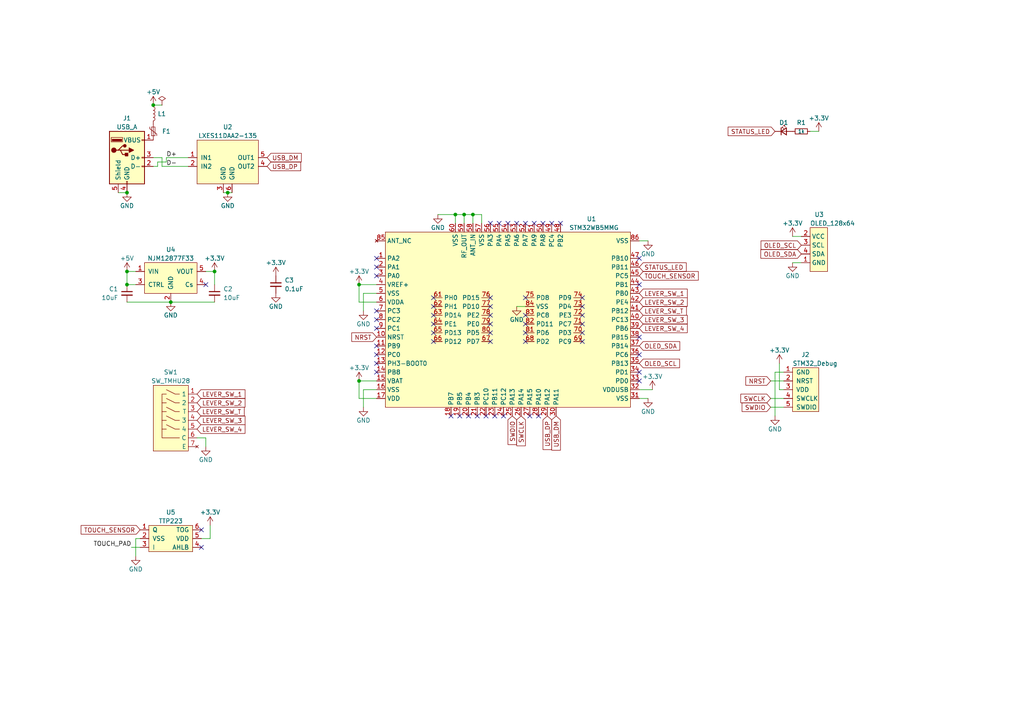
<source format=kicad_sch>
(kicad_sch (version 20211123) (generator eeschema)

  (uuid 865f8145-0f87-43d1-8a19-9726966e6c02)

  (paper "A4")

  (title_block
    (title "WBMon")
    (date "2023-01-07")
    (rev "1.0")
    (company "https://github.com/KimiakiK")
  )

  (lib_symbols
    (symbol "Connector:USB_A" (pin_names (offset 1.016)) (in_bom yes) (on_board yes)
      (property "Reference" "J" (id 0) (at -5.08 11.43 0)
        (effects (font (size 1.27 1.27)) (justify left))
      )
      (property "Value" "USB_A" (id 1) (at -5.08 8.89 0)
        (effects (font (size 1.27 1.27)) (justify left))
      )
      (property "Footprint" "" (id 2) (at 3.81 -1.27 0)
        (effects (font (size 1.27 1.27)) hide)
      )
      (property "Datasheet" " ~" (id 3) (at 3.81 -1.27 0)
        (effects (font (size 1.27 1.27)) hide)
      )
      (property "ki_keywords" "connector USB" (id 4) (at 0 0 0)
        (effects (font (size 1.27 1.27)) hide)
      )
      (property "ki_description" "USB Type A connector" (id 5) (at 0 0 0)
        (effects (font (size 1.27 1.27)) hide)
      )
      (property "ki_fp_filters" "USB*" (id 6) (at 0 0 0)
        (effects (font (size 1.27 1.27)) hide)
      )
      (symbol "USB_A_0_1"
        (rectangle (start -5.08 -7.62) (end 5.08 7.62)
          (stroke (width 0.254) (type default) (color 0 0 0 0))
          (fill (type background))
        )
        (circle (center -3.81 2.159) (radius 0.635)
          (stroke (width 0.254) (type default) (color 0 0 0 0))
          (fill (type outline))
        )
        (rectangle (start -1.524 4.826) (end -4.318 5.334)
          (stroke (width 0) (type default) (color 0 0 0 0))
          (fill (type outline))
        )
        (rectangle (start -1.27 4.572) (end -4.572 5.842)
          (stroke (width 0) (type default) (color 0 0 0 0))
          (fill (type none))
        )
        (circle (center -0.635 3.429) (radius 0.381)
          (stroke (width 0.254) (type default) (color 0 0 0 0))
          (fill (type outline))
        )
        (rectangle (start -0.127 -7.62) (end 0.127 -6.858)
          (stroke (width 0) (type default) (color 0 0 0 0))
          (fill (type none))
        )
        (polyline
          (pts
            (xy -3.175 2.159)
            (xy -2.54 2.159)
            (xy -1.27 3.429)
            (xy -0.635 3.429)
          )
          (stroke (width 0.254) (type default) (color 0 0 0 0))
          (fill (type none))
        )
        (polyline
          (pts
            (xy -2.54 2.159)
            (xy -1.905 2.159)
            (xy -1.27 0.889)
            (xy 0 0.889)
          )
          (stroke (width 0.254) (type default) (color 0 0 0 0))
          (fill (type none))
        )
        (polyline
          (pts
            (xy 0.635 2.794)
            (xy 0.635 1.524)
            (xy 1.905 2.159)
            (xy 0.635 2.794)
          )
          (stroke (width 0.254) (type default) (color 0 0 0 0))
          (fill (type outline))
        )
        (rectangle (start 0.254 1.27) (end -0.508 0.508)
          (stroke (width 0.254) (type default) (color 0 0 0 0))
          (fill (type outline))
        )
        (rectangle (start 5.08 -2.667) (end 4.318 -2.413)
          (stroke (width 0) (type default) (color 0 0 0 0))
          (fill (type none))
        )
        (rectangle (start 5.08 -0.127) (end 4.318 0.127)
          (stroke (width 0) (type default) (color 0 0 0 0))
          (fill (type none))
        )
        (rectangle (start 5.08 4.953) (end 4.318 5.207)
          (stroke (width 0) (type default) (color 0 0 0 0))
          (fill (type none))
        )
      )
      (symbol "USB_A_1_1"
        (polyline
          (pts
            (xy -1.905 2.159)
            (xy 0.635 2.159)
          )
          (stroke (width 0.254) (type default) (color 0 0 0 0))
          (fill (type none))
        )
        (pin power_in line (at 7.62 5.08 180) (length 2.54)
          (name "VBUS" (effects (font (size 1.27 1.27))))
          (number "1" (effects (font (size 1.27 1.27))))
        )
        (pin bidirectional line (at 7.62 -2.54 180) (length 2.54)
          (name "D-" (effects (font (size 1.27 1.27))))
          (number "2" (effects (font (size 1.27 1.27))))
        )
        (pin bidirectional line (at 7.62 0 180) (length 2.54)
          (name "D+" (effects (font (size 1.27 1.27))))
          (number "3" (effects (font (size 1.27 1.27))))
        )
        (pin power_in line (at 0 -10.16 90) (length 2.54)
          (name "GND" (effects (font (size 1.27 1.27))))
          (number "4" (effects (font (size 1.27 1.27))))
        )
        (pin passive line (at -2.54 -10.16 90) (length 2.54)
          (name "Shield" (effects (font (size 1.27 1.27))))
          (number "5" (effects (font (size 1.27 1.27))))
        )
      )
    )
    (symbol "Device:C_Small" (pin_numbers hide) (pin_names (offset 0.254) hide) (in_bom yes) (on_board yes)
      (property "Reference" "C" (id 0) (at 0.254 1.778 0)
        (effects (font (size 1.27 1.27)) (justify left))
      )
      (property "Value" "C_Small" (id 1) (at 0.254 -2.032 0)
        (effects (font (size 1.27 1.27)) (justify left))
      )
      (property "Footprint" "" (id 2) (at 0 0 0)
        (effects (font (size 1.27 1.27)) hide)
      )
      (property "Datasheet" "~" (id 3) (at 0 0 0)
        (effects (font (size 1.27 1.27)) hide)
      )
      (property "ki_keywords" "capacitor cap" (id 4) (at 0 0 0)
        (effects (font (size 1.27 1.27)) hide)
      )
      (property "ki_description" "Unpolarized capacitor, small symbol" (id 5) (at 0 0 0)
        (effects (font (size 1.27 1.27)) hide)
      )
      (property "ki_fp_filters" "C_*" (id 6) (at 0 0 0)
        (effects (font (size 1.27 1.27)) hide)
      )
      (symbol "C_Small_0_1"
        (polyline
          (pts
            (xy -1.524 -0.508)
            (xy 1.524 -0.508)
          )
          (stroke (width 0.3302) (type default) (color 0 0 0 0))
          (fill (type none))
        )
        (polyline
          (pts
            (xy -1.524 0.508)
            (xy 1.524 0.508)
          )
          (stroke (width 0.3048) (type default) (color 0 0 0 0))
          (fill (type none))
        )
      )
      (symbol "C_Small_1_1"
        (pin passive line (at 0 2.54 270) (length 2.032)
          (name "~" (effects (font (size 1.27 1.27))))
          (number "1" (effects (font (size 1.27 1.27))))
        )
        (pin passive line (at 0 -2.54 90) (length 2.032)
          (name "~" (effects (font (size 1.27 1.27))))
          (number "2" (effects (font (size 1.27 1.27))))
        )
      )
    )
    (symbol "Device:LED_Small" (pin_numbers hide) (pin_names (offset 0.254) hide) (in_bom yes) (on_board yes)
      (property "Reference" "D" (id 0) (at -1.27 3.175 0)
        (effects (font (size 1.27 1.27)) (justify left))
      )
      (property "Value" "LED_Small" (id 1) (at -4.445 -2.54 0)
        (effects (font (size 1.27 1.27)) (justify left))
      )
      (property "Footprint" "" (id 2) (at 0 0 90)
        (effects (font (size 1.27 1.27)) hide)
      )
      (property "Datasheet" "~" (id 3) (at 0 0 90)
        (effects (font (size 1.27 1.27)) hide)
      )
      (property "ki_keywords" "LED diode light-emitting-diode" (id 4) (at 0 0 0)
        (effects (font (size 1.27 1.27)) hide)
      )
      (property "ki_description" "Light emitting diode, small symbol" (id 5) (at 0 0 0)
        (effects (font (size 1.27 1.27)) hide)
      )
      (property "ki_fp_filters" "LED* LED_SMD:* LED_THT:*" (id 6) (at 0 0 0)
        (effects (font (size 1.27 1.27)) hide)
      )
      (symbol "LED_Small_0_1"
        (polyline
          (pts
            (xy -0.762 -1.016)
            (xy -0.762 1.016)
          )
          (stroke (width 0.254) (type default) (color 0 0 0 0))
          (fill (type none))
        )
        (polyline
          (pts
            (xy 1.016 0)
            (xy -0.762 0)
          )
          (stroke (width 0) (type default) (color 0 0 0 0))
          (fill (type none))
        )
        (polyline
          (pts
            (xy 0.762 -1.016)
            (xy -0.762 0)
            (xy 0.762 1.016)
            (xy 0.762 -1.016)
          )
          (stroke (width 0.254) (type default) (color 0 0 0 0))
          (fill (type none))
        )
        (polyline
          (pts
            (xy 0 0.762)
            (xy -0.508 1.27)
            (xy -0.254 1.27)
            (xy -0.508 1.27)
            (xy -0.508 1.016)
          )
          (stroke (width 0) (type default) (color 0 0 0 0))
          (fill (type none))
        )
        (polyline
          (pts
            (xy 0.508 1.27)
            (xy 0 1.778)
            (xy 0.254 1.778)
            (xy 0 1.778)
            (xy 0 1.524)
          )
          (stroke (width 0) (type default) (color 0 0 0 0))
          (fill (type none))
        )
      )
      (symbol "LED_Small_1_1"
        (pin passive line (at -2.54 0 0) (length 1.778)
          (name "K" (effects (font (size 1.27 1.27))))
          (number "1" (effects (font (size 1.27 1.27))))
        )
        (pin passive line (at 2.54 0 180) (length 1.778)
          (name "A" (effects (font (size 1.27 1.27))))
          (number "2" (effects (font (size 1.27 1.27))))
        )
      )
    )
    (symbol "Device:L_Small" (pin_numbers hide) (pin_names (offset 0.254) hide) (in_bom yes) (on_board yes)
      (property "Reference" "L" (id 0) (at 0.762 1.016 0)
        (effects (font (size 1.27 1.27)) (justify left))
      )
      (property "Value" "L_Small" (id 1) (at 0.762 -1.016 0)
        (effects (font (size 1.27 1.27)) (justify left))
      )
      (property "Footprint" "" (id 2) (at 0 0 0)
        (effects (font (size 1.27 1.27)) hide)
      )
      (property "Datasheet" "~" (id 3) (at 0 0 0)
        (effects (font (size 1.27 1.27)) hide)
      )
      (property "ki_keywords" "inductor choke coil reactor magnetic" (id 4) (at 0 0 0)
        (effects (font (size 1.27 1.27)) hide)
      )
      (property "ki_description" "Inductor, small symbol" (id 5) (at 0 0 0)
        (effects (font (size 1.27 1.27)) hide)
      )
      (property "ki_fp_filters" "Choke_* *Coil* Inductor_* L_*" (id 6) (at 0 0 0)
        (effects (font (size 1.27 1.27)) hide)
      )
      (symbol "L_Small_0_1"
        (arc (start 0 -2.032) (mid 0.508 -1.524) (end 0 -1.016)
          (stroke (width 0) (type default) (color 0 0 0 0))
          (fill (type none))
        )
        (arc (start 0 -1.016) (mid 0.508 -0.508) (end 0 0)
          (stroke (width 0) (type default) (color 0 0 0 0))
          (fill (type none))
        )
        (arc (start 0 0) (mid 0.508 0.508) (end 0 1.016)
          (stroke (width 0) (type default) (color 0 0 0 0))
          (fill (type none))
        )
        (arc (start 0 1.016) (mid 0.508 1.524) (end 0 2.032)
          (stroke (width 0) (type default) (color 0 0 0 0))
          (fill (type none))
        )
      )
      (symbol "L_Small_1_1"
        (pin passive line (at 0 2.54 270) (length 0.508)
          (name "~" (effects (font (size 1.27 1.27))))
          (number "1" (effects (font (size 1.27 1.27))))
        )
        (pin passive line (at 0 -2.54 90) (length 0.508)
          (name "~" (effects (font (size 1.27 1.27))))
          (number "2" (effects (font (size 1.27 1.27))))
        )
      )
    )
    (symbol "Device:Polyfuse_Small" (pin_numbers hide) (pin_names (offset 0)) (in_bom yes) (on_board yes)
      (property "Reference" "F" (id 0) (at -1.905 0 90)
        (effects (font (size 1.27 1.27)))
      )
      (property "Value" "Polyfuse_Small" (id 1) (at 1.905 0 90)
        (effects (font (size 1.27 1.27)))
      )
      (property "Footprint" "" (id 2) (at 1.27 -5.08 0)
        (effects (font (size 1.27 1.27)) (justify left) hide)
      )
      (property "Datasheet" "~" (id 3) (at 0 0 0)
        (effects (font (size 1.27 1.27)) hide)
      )
      (property "ki_keywords" "resettable fuse PTC PPTC polyfuse polyswitch" (id 4) (at 0 0 0)
        (effects (font (size 1.27 1.27)) hide)
      )
      (property "ki_description" "Resettable fuse, polymeric positive temperature coefficient, small symbol" (id 5) (at 0 0 0)
        (effects (font (size 1.27 1.27)) hide)
      )
      (property "ki_fp_filters" "*polyfuse* *PTC*" (id 6) (at 0 0 0)
        (effects (font (size 1.27 1.27)) hide)
      )
      (symbol "Polyfuse_Small_0_1"
        (rectangle (start -0.508 1.27) (end 0.508 -1.27)
          (stroke (width 0) (type default) (color 0 0 0 0))
          (fill (type none))
        )
        (polyline
          (pts
            (xy 0 2.54)
            (xy 0 -2.54)
          )
          (stroke (width 0) (type default) (color 0 0 0 0))
          (fill (type none))
        )
        (polyline
          (pts
            (xy -1.016 1.27)
            (xy -1.016 0.762)
            (xy 1.016 -0.762)
            (xy 1.016 -1.27)
          )
          (stroke (width 0) (type default) (color 0 0 0 0))
          (fill (type none))
        )
      )
      (symbol "Polyfuse_Small_1_1"
        (pin passive line (at 0 2.54 270) (length 0.635)
          (name "~" (effects (font (size 1.27 1.27))))
          (number "1" (effects (font (size 1.27 1.27))))
        )
        (pin passive line (at 0 -2.54 90) (length 0.635)
          (name "~" (effects (font (size 1.27 1.27))))
          (number "2" (effects (font (size 1.27 1.27))))
        )
      )
    )
    (symbol "Device:R_Small" (pin_numbers hide) (pin_names (offset 0.254) hide) (in_bom yes) (on_board yes)
      (property "Reference" "R" (id 0) (at 0.762 0.508 0)
        (effects (font (size 1.27 1.27)) (justify left))
      )
      (property "Value" "R_Small" (id 1) (at 0.762 -1.016 0)
        (effects (font (size 1.27 1.27)) (justify left))
      )
      (property "Footprint" "" (id 2) (at 0 0 0)
        (effects (font (size 1.27 1.27)) hide)
      )
      (property "Datasheet" "~" (id 3) (at 0 0 0)
        (effects (font (size 1.27 1.27)) hide)
      )
      (property "ki_keywords" "R resistor" (id 4) (at 0 0 0)
        (effects (font (size 1.27 1.27)) hide)
      )
      (property "ki_description" "Resistor, small symbol" (id 5) (at 0 0 0)
        (effects (font (size 1.27 1.27)) hide)
      )
      (property "ki_fp_filters" "R_*" (id 6) (at 0 0 0)
        (effects (font (size 1.27 1.27)) hide)
      )
      (symbol "R_Small_0_1"
        (rectangle (start -0.762 1.778) (end 0.762 -1.778)
          (stroke (width 0.2032) (type default) (color 0 0 0 0))
          (fill (type none))
        )
      )
      (symbol "R_Small_1_1"
        (pin passive line (at 0 2.54 270) (length 0.762)
          (name "~" (effects (font (size 1.27 1.27))))
          (number "1" (effects (font (size 1.27 1.27))))
        )
        (pin passive line (at 0 -2.54 90) (length 0.762)
          (name "~" (effects (font (size 1.27 1.27))))
          (number "2" (effects (font (size 1.27 1.27))))
        )
      )
    )
    (symbol "WBMon:LXES11DAA2-135" (pin_names (offset 1.016)) (in_bom yes) (on_board yes)
      (property "Reference" "U" (id 0) (at 0 0 0)
        (effects (font (size 1.27 1.27)))
      )
      (property "Value" "LXES11DAA2-135" (id 1) (at 0 7.62 0)
        (effects (font (size 1.27 1.27)))
      )
      (property "Footprint" "" (id 2) (at 0 0 0)
        (effects (font (size 1.27 1.27)) hide)
      )
      (property "Datasheet" "" (id 3) (at 0 0 0)
        (effects (font (size 1.27 1.27)) hide)
      )
      (property "ki_description" "Common mode ESD filter LXES**D series" (id 4) (at 0 0 0)
        (effects (font (size 1.27 1.27)) hide)
      )
      (symbol "LXES11DAA2-135_0_0"
        (pin passive line (at -11.43 1.27 0) (length 2.54)
          (name "IN1" (effects (font (size 1.27 1.27))))
          (number "1" (effects (font (size 1.27 1.27))))
        )
        (pin passive line (at -11.43 -1.27 0) (length 2.54)
          (name "IN2" (effects (font (size 1.27 1.27))))
          (number "2" (effects (font (size 1.27 1.27))))
        )
        (pin power_in line (at -1.27 -8.89 90) (length 2.54)
          (name "GND" (effects (font (size 1.27 1.27))))
          (number "3" (effects (font (size 1.27 1.27))))
        )
        (pin passive line (at 11.43 -1.27 180) (length 2.54)
          (name "OUT2" (effects (font (size 1.27 1.27))))
          (number "4" (effects (font (size 1.27 1.27))))
        )
        (pin passive line (at 11.43 1.27 180) (length 2.54)
          (name "OUT1" (effects (font (size 1.27 1.27))))
          (number "5" (effects (font (size 1.27 1.27))))
        )
        (pin power_in line (at 1.27 -8.89 90) (length 2.54)
          (name "GND" (effects (font (size 1.27 1.27))))
          (number "6" (effects (font (size 1.27 1.27))))
        )
      )
      (symbol "LXES11DAA2-135_0_1"
        (rectangle (start -8.89 6.35) (end 8.89 -6.35)
          (stroke (width 0) (type default) (color 0 0 0 0))
          (fill (type background))
        )
      )
    )
    (symbol "WBMon:NJM12877F33" (pin_names (offset 1.016)) (in_bom yes) (on_board yes)
      (property "Reference" "U" (id 0) (at 0 8.89 0)
        (effects (font (size 1.27 1.27)))
      )
      (property "Value" "NJM12877F33" (id 1) (at 0 6.35 0)
        (effects (font (size 1.27 1.27)))
      )
      (property "Footprint" "" (id 2) (at 0 0 0)
        (effects (font (size 1.27 1.27)) hide)
      )
      (property "Datasheet" "" (id 3) (at 0 0 0)
        (effects (font (size 1.27 1.27)) hide)
      )
      (property "ki_description" "3.3V SOT-23-5" (id 4) (at 0 0 0)
        (effects (font (size 1.27 1.27)) hide)
      )
      (symbol "NJM12877F33_0_0"
        (pin power_in line (at -10.16 2.54 0) (length 2.54)
          (name "VIN" (effects (font (size 1.27 1.27))))
          (number "1" (effects (font (size 1.27 1.27))))
        )
        (pin power_in line (at 0 -6.35 90) (length 2.54)
          (name "GND" (effects (font (size 1.27 1.27))))
          (number "2" (effects (font (size 1.27 1.27))))
        )
        (pin passive line (at -10.16 -1.27 0) (length 2.54)
          (name "CTRL" (effects (font (size 1.27 1.27))))
          (number "3" (effects (font (size 1.27 1.27))))
        )
        (pin passive line (at 10.16 -1.27 180) (length 2.54)
          (name "Cs" (effects (font (size 1.27 1.27))))
          (number "4" (effects (font (size 1.27 1.27))))
        )
        (pin power_out line (at 10.16 2.54 180) (length 2.54)
          (name "VOUT" (effects (font (size 1.27 1.27))))
          (number "5" (effects (font (size 1.27 1.27))))
        )
      )
      (symbol "NJM12877F33_0_1"
        (rectangle (start -7.62 5.08) (end 7.62 -3.81)
          (stroke (width 0) (type default) (color 0 0 0 0))
          (fill (type background))
        )
      )
    )
    (symbol "WBMon:OLED_128x64" (in_bom yes) (on_board yes)
      (property "Reference" "J" (id 0) (at 0 7.62 0)
        (effects (font (size 1.27 1.27)))
      )
      (property "Value" "OLED_128x64" (id 1) (at 0 10.16 0)
        (effects (font (size 1.27 1.27)))
      )
      (property "Footprint" "" (id 2) (at 0 8.89 0)
        (effects (font (size 1.27 1.27)) hide)
      )
      (property "Datasheet" "" (id 3) (at 0 8.89 0)
        (effects (font (size 1.27 1.27)) hide)
      )
      (property "ki_keywords" "OLED 128x64 SSD1306" (id 4) (at 0 0 0)
        (effects (font (size 1.27 1.27)) hide)
      )
      (property "ki_description" "OLED 128x64 SSD1306" (id 5) (at 0 0 0)
        (effects (font (size 1.27 1.27)) hide)
      )
      (symbol "OLED_128x64_0_0"
        (pin power_in line (at -5.08 -3.81 0) (length 2.54)
          (name "GND" (effects (font (size 1.27 1.27))))
          (number "1" (effects (font (size 1.27 1.27))))
        )
        (pin power_in line (at -5.08 3.81 0) (length 2.54)
          (name "VCC" (effects (font (size 1.27 1.27))))
          (number "2" (effects (font (size 1.27 1.27))))
        )
        (pin passive line (at -5.08 1.27 0) (length 2.54)
          (name "SCL" (effects (font (size 1.27 1.27))))
          (number "3" (effects (font (size 1.27 1.27))))
        )
        (pin passive line (at -5.08 -1.27 0) (length 2.54)
          (name "SDA" (effects (font (size 1.27 1.27))))
          (number "4" (effects (font (size 1.27 1.27))))
        )
      )
      (symbol "OLED_128x64_0_1"
        (rectangle (start -2.54 6.35) (end 2.54 -6.35)
          (stroke (width 0) (type default) (color 0 0 0 0))
          (fill (type background))
        )
      )
    )
    (symbol "WBMon:STM32WB5MMG" (in_bom yes) (on_board yes)
      (property "Reference" "U" (id 0) (at 0 40.64 0)
        (effects (font (size 1.27 1.27)))
      )
      (property "Value" "STM32WB5MMG" (id 1) (at 0 38.1 0)
        (effects (font (size 1.27 1.27)))
      )
      (property "Footprint" "" (id 2) (at 0 38.1 0)
        (effects (font (size 1.27 1.27)) hide)
      )
      (property "Datasheet" "" (id 3) (at 0 38.1 0)
        (effects (font (size 1.27 1.27)) hide)
      )
      (property "ki_keywords" "STM32WB5MMG" (id 4) (at 0 0 0)
        (effects (font (size 1.27 1.27)) hide)
      )
      (property "ki_description" "Multiprotocol wireless 32-bit MCU" (id 5) (at 0 0 0)
        (effects (font (size 1.27 1.27)) hide)
      )
      (symbol "STM32WB5MMG_0_0"
        (pin passive line (at -38.1 17.78 0) (length 2.54)
          (name "PA2" (effects (font (size 1.27 1.27))))
          (number "1" (effects (font (size 1.27 1.27))))
        )
        (pin passive line (at -38.1 -5.08 0) (length 2.54)
          (name "NRST" (effects (font (size 1.27 1.27))))
          (number "10" (effects (font (size 1.27 1.27))))
        )
        (pin passive line (at -38.1 -7.62 0) (length 2.54)
          (name "PB9" (effects (font (size 1.27 1.27))))
          (number "11" (effects (font (size 1.27 1.27))))
        )
        (pin passive line (at -38.1 -10.16 0) (length 2.54)
          (name "PC0" (effects (font (size 1.27 1.27))))
          (number "12" (effects (font (size 1.27 1.27))))
        )
        (pin passive line (at -38.1 -12.7 0) (length 2.54)
          (name "PH3-BOOT0" (effects (font (size 1.27 1.27))))
          (number "13" (effects (font (size 1.27 1.27))))
        )
        (pin passive line (at -38.1 -15.24 0) (length 2.54)
          (name "PB8" (effects (font (size 1.27 1.27))))
          (number "14" (effects (font (size 1.27 1.27))))
        )
        (pin power_in line (at -38.1 -17.78 0) (length 2.54)
          (name "VBAT" (effects (font (size 1.27 1.27))))
          (number "15" (effects (font (size 1.27 1.27))))
        )
        (pin power_in line (at -38.1 -20.32 0) (length 2.54)
          (name "VSS" (effects (font (size 1.27 1.27))))
          (number "16" (effects (font (size 1.27 1.27))))
        )
        (pin power_in line (at -38.1 -22.86 0) (length 2.54)
          (name "VDD" (effects (font (size 1.27 1.27))))
          (number "17" (effects (font (size 1.27 1.27))))
        )
        (pin passive line (at -16.51 -27.94 90) (length 2.54)
          (name "PB7" (effects (font (size 1.27 1.27))))
          (number "18" (effects (font (size 1.27 1.27))))
        )
        (pin passive line (at -13.97 -27.94 90) (length 2.54)
          (name "PB5" (effects (font (size 1.27 1.27))))
          (number "19" (effects (font (size 1.27 1.27))))
        )
        (pin passive line (at -38.1 15.24 0) (length 2.54)
          (name "PA1" (effects (font (size 1.27 1.27))))
          (number "2" (effects (font (size 1.27 1.27))))
        )
        (pin passive line (at -11.43 -27.94 90) (length 2.54)
          (name "PB4" (effects (font (size 1.27 1.27))))
          (number "20" (effects (font (size 1.27 1.27))))
        )
        (pin passive line (at -8.89 -27.94 90) (length 2.54)
          (name "PB3" (effects (font (size 1.27 1.27))))
          (number "21" (effects (font (size 1.27 1.27))))
        )
        (pin passive line (at -6.35 -27.94 90) (length 2.54)
          (name "PC10" (effects (font (size 1.27 1.27))))
          (number "22" (effects (font (size 1.27 1.27))))
        )
        (pin passive line (at -3.81 -27.94 90) (length 2.54)
          (name "PB11" (effects (font (size 1.27 1.27))))
          (number "23" (effects (font (size 1.27 1.27))))
        )
        (pin passive line (at -1.27 -27.94 90) (length 2.54)
          (name "PC12" (effects (font (size 1.27 1.27))))
          (number "24" (effects (font (size 1.27 1.27))))
        )
        (pin passive line (at 1.27 -27.94 90) (length 2.54)
          (name "PA13" (effects (font (size 1.27 1.27))))
          (number "25" (effects (font (size 1.27 1.27))))
        )
        (pin passive line (at 3.81 -27.94 90) (length 2.54)
          (name "PA14" (effects (font (size 1.27 1.27))))
          (number "26" (effects (font (size 1.27 1.27))))
        )
        (pin passive line (at 6.35 -27.94 90) (length 2.54)
          (name "PA15" (effects (font (size 1.27 1.27))))
          (number "27" (effects (font (size 1.27 1.27))))
        )
        (pin passive line (at 8.89 -27.94 90) (length 2.54)
          (name "PA10" (effects (font (size 1.27 1.27))))
          (number "28" (effects (font (size 1.27 1.27))))
        )
        (pin passive line (at 11.43 -27.94 90) (length 2.54)
          (name "PA12" (effects (font (size 1.27 1.27))))
          (number "29" (effects (font (size 1.27 1.27))))
        )
        (pin passive line (at -38.1 12.7 0) (length 2.54)
          (name "PA0" (effects (font (size 1.27 1.27))))
          (number "3" (effects (font (size 1.27 1.27))))
        )
        (pin passive line (at 13.97 -27.94 90) (length 2.54)
          (name "PA11" (effects (font (size 1.27 1.27))))
          (number "30" (effects (font (size 1.27 1.27))))
        )
        (pin power_in line (at 38.1 -22.86 180) (length 2.54)
          (name "VSS" (effects (font (size 1.27 1.27))))
          (number "31" (effects (font (size 1.27 1.27))))
        )
        (pin power_in line (at 38.1 -20.32 180) (length 2.54)
          (name "VDDUSB" (effects (font (size 1.27 1.27))))
          (number "32" (effects (font (size 1.27 1.27))))
        )
        (pin passive line (at 38.1 -17.78 180) (length 2.54)
          (name "PD0" (effects (font (size 1.27 1.27))))
          (number "33" (effects (font (size 1.27 1.27))))
        )
        (pin passive line (at 38.1 -15.24 180) (length 2.54)
          (name "PD1" (effects (font (size 1.27 1.27))))
          (number "34" (effects (font (size 1.27 1.27))))
        )
        (pin passive line (at 38.1 -12.7 180) (length 2.54)
          (name "PB13" (effects (font (size 1.27 1.27))))
          (number "35" (effects (font (size 1.27 1.27))))
        )
        (pin passive line (at 38.1 -10.16 180) (length 2.54)
          (name "PC6" (effects (font (size 1.27 1.27))))
          (number "36" (effects (font (size 1.27 1.27))))
        )
        (pin passive line (at 38.1 -7.62 180) (length 2.54)
          (name "PB14" (effects (font (size 1.27 1.27))))
          (number "37" (effects (font (size 1.27 1.27))))
        )
        (pin passive line (at 38.1 -5.08 180) (length 2.54)
          (name "PB15" (effects (font (size 1.27 1.27))))
          (number "38" (effects (font (size 1.27 1.27))))
        )
        (pin passive line (at 38.1 -2.54 180) (length 2.54)
          (name "PB6" (effects (font (size 1.27 1.27))))
          (number "39" (effects (font (size 1.27 1.27))))
        )
        (pin power_in line (at -38.1 10.16 0) (length 2.54)
          (name "VREF+" (effects (font (size 1.27 1.27))))
          (number "4" (effects (font (size 1.27 1.27))))
        )
        (pin passive line (at 38.1 0 180) (length 2.54)
          (name "PC13" (effects (font (size 1.27 1.27))))
          (number "40" (effects (font (size 1.27 1.27))))
        )
        (pin passive line (at 38.1 2.54 180) (length 2.54)
          (name "PB12" (effects (font (size 1.27 1.27))))
          (number "41" (effects (font (size 1.27 1.27))))
        )
        (pin passive line (at 38.1 5.08 180) (length 2.54)
          (name "PE4" (effects (font (size 1.27 1.27))))
          (number "42" (effects (font (size 1.27 1.27))))
        )
        (pin passive line (at 38.1 7.62 180) (length 2.54)
          (name "PB0" (effects (font (size 1.27 1.27))))
          (number "43" (effects (font (size 1.27 1.27))))
        )
        (pin passive line (at 38.1 10.16 180) (length 2.54)
          (name "PB1" (effects (font (size 1.27 1.27))))
          (number "44" (effects (font (size 1.27 1.27))))
        )
        (pin passive line (at 38.1 12.7 180) (length 2.54)
          (name "PC5" (effects (font (size 1.27 1.27))))
          (number "45" (effects (font (size 1.27 1.27))))
        )
        (pin passive line (at 38.1 15.24 180) (length 2.54)
          (name "PB11" (effects (font (size 1.27 1.27))))
          (number "46" (effects (font (size 1.27 1.27))))
        )
        (pin passive line (at 38.1 17.78 180) (length 2.54)
          (name "PB10" (effects (font (size 1.27 1.27))))
          (number "47" (effects (font (size 1.27 1.27))))
        )
        (pin passive line (at 15.24 27.94 270) (length 2.54)
          (name "PB2" (effects (font (size 1.27 1.27))))
          (number "48" (effects (font (size 1.27 1.27))))
        )
        (pin passive line (at 12.7 27.94 270) (length 2.54)
          (name "PC4" (effects (font (size 1.27 1.27))))
          (number "49" (effects (font (size 1.27 1.27))))
        )
        (pin power_in line (at -38.1 7.62 0) (length 2.54)
          (name "VSS" (effects (font (size 1.27 1.27))))
          (number "5" (effects (font (size 1.27 1.27))))
        )
        (pin passive line (at 10.16 27.94 270) (length 2.54)
          (name "PA8" (effects (font (size 1.27 1.27))))
          (number "50" (effects (font (size 1.27 1.27))))
        )
        (pin passive line (at 7.62 27.94 270) (length 2.54)
          (name "PA9" (effects (font (size 1.27 1.27))))
          (number "51" (effects (font (size 1.27 1.27))))
        )
        (pin passive line (at 5.08 27.94 270) (length 2.54)
          (name "PA7" (effects (font (size 1.27 1.27))))
          (number "52" (effects (font (size 1.27 1.27))))
        )
        (pin passive line (at 2.54 27.94 270) (length 2.54)
          (name "PA6" (effects (font (size 1.27 1.27))))
          (number "53" (effects (font (size 1.27 1.27))))
        )
        (pin passive line (at 0 27.94 270) (length 2.54)
          (name "PA5" (effects (font (size 1.27 1.27))))
          (number "54" (effects (font (size 1.27 1.27))))
        )
        (pin passive line (at -2.54 27.94 270) (length 2.54)
          (name "PA4" (effects (font (size 1.27 1.27))))
          (number "55" (effects (font (size 1.27 1.27))))
        )
        (pin passive line (at -5.08 27.94 270) (length 2.54)
          (name "PA3" (effects (font (size 1.27 1.27))))
          (number "56" (effects (font (size 1.27 1.27))))
        )
        (pin power_in line (at -7.62 27.94 270) (length 2.54)
          (name "VSS" (effects (font (size 1.27 1.27))))
          (number "57" (effects (font (size 1.27 1.27))))
        )
        (pin passive line (at -10.16 27.94 270) (length 2.54)
          (name "ANT_IN" (effects (font (size 1.27 1.27))))
          (number "58" (effects (font (size 1.27 1.27))))
        )
        (pin passive line (at -12.7 27.94 270) (length 2.54)
          (name "RF_OUT" (effects (font (size 1.27 1.27))))
          (number "59" (effects (font (size 1.27 1.27))))
        )
        (pin power_in line (at -38.1 5.08 0) (length 2.54)
          (name "VDDA" (effects (font (size 1.27 1.27))))
          (number "6" (effects (font (size 1.27 1.27))))
        )
        (pin power_in line (at -15.24 27.94 270) (length 2.54)
          (name "VSS" (effects (font (size 1.27 1.27))))
          (number "60" (effects (font (size 1.27 1.27))))
        )
        (pin passive line (at -21.59 6.35 0) (length 2.54)
          (name "PH0" (effects (font (size 1.27 1.27))))
          (number "61" (effects (font (size 1.27 1.27))))
        )
        (pin passive line (at -21.59 3.81 0) (length 2.54)
          (name "PH1" (effects (font (size 1.27 1.27))))
          (number "62" (effects (font (size 1.27 1.27))))
        )
        (pin passive line (at -21.59 1.27 0) (length 2.54)
          (name "PD14" (effects (font (size 1.27 1.27))))
          (number "63" (effects (font (size 1.27 1.27))))
        )
        (pin passive line (at -21.59 -1.27 0) (length 2.54)
          (name "PE1" (effects (font (size 1.27 1.27))))
          (number "64" (effects (font (size 1.27 1.27))))
        )
        (pin passive line (at -21.59 -3.81 0) (length 2.54)
          (name "PD13" (effects (font (size 1.27 1.27))))
          (number "65" (effects (font (size 1.27 1.27))))
        )
        (pin passive line (at -21.59 -6.35 0) (length 2.54)
          (name "PD12" (effects (font (size 1.27 1.27))))
          (number "66" (effects (font (size 1.27 1.27))))
        )
        (pin passive line (at -5.08 -6.35 180) (length 2.54)
          (name "PD7" (effects (font (size 1.27 1.27))))
          (number "67" (effects (font (size 1.27 1.27))))
        )
        (pin passive line (at 5.08 -6.35 0) (length 2.54)
          (name "PD2" (effects (font (size 1.27 1.27))))
          (number "68" (effects (font (size 1.27 1.27))))
        )
        (pin passive line (at 21.59 -6.35 180) (length 2.54)
          (name "PC9" (effects (font (size 1.27 1.27))))
          (number "69" (effects (font (size 1.27 1.27))))
        )
        (pin passive line (at -38.1 2.54 0) (length 2.54)
          (name "PC3" (effects (font (size 1.27 1.27))))
          (number "7" (effects (font (size 1.27 1.27))))
        )
        (pin passive line (at 21.59 -3.81 180) (length 2.54)
          (name "PD3" (effects (font (size 1.27 1.27))))
          (number "70" (effects (font (size 1.27 1.27))))
        )
        (pin passive line (at 21.59 -1.27 180) (length 2.54)
          (name "PC7" (effects (font (size 1.27 1.27))))
          (number "71" (effects (font (size 1.27 1.27))))
        )
        (pin passive line (at 21.59 1.27 180) (length 2.54)
          (name "PE3" (effects (font (size 1.27 1.27))))
          (number "72" (effects (font (size 1.27 1.27))))
        )
        (pin passive line (at 21.59 3.81 180) (length 2.54)
          (name "PD4" (effects (font (size 1.27 1.27))))
          (number "73" (effects (font (size 1.27 1.27))))
        )
        (pin passive line (at 21.59 6.35 180) (length 2.54)
          (name "PD9" (effects (font (size 1.27 1.27))))
          (number "74" (effects (font (size 1.27 1.27))))
        )
        (pin passive line (at 5.08 6.35 0) (length 2.54)
          (name "PD8" (effects (font (size 1.27 1.27))))
          (number "75" (effects (font (size 1.27 1.27))))
        )
        (pin passive line (at -5.08 6.35 180) (length 2.54)
          (name "PD15" (effects (font (size 1.27 1.27))))
          (number "76" (effects (font (size 1.27 1.27))))
        )
        (pin passive line (at -5.08 3.81 180) (length 2.54)
          (name "PD10" (effects (font (size 1.27 1.27))))
          (number "77" (effects (font (size 1.27 1.27))))
        )
        (pin passive line (at -5.08 1.27 180) (length 2.54)
          (name "PE2" (effects (font (size 1.27 1.27))))
          (number "78" (effects (font (size 1.27 1.27))))
        )
        (pin passive line (at -5.08 -1.27 180) (length 2.54)
          (name "PE0" (effects (font (size 1.27 1.27))))
          (number "79" (effects (font (size 1.27 1.27))))
        )
        (pin passive line (at -38.1 0 0) (length 2.54)
          (name "PC2" (effects (font (size 1.27 1.27))))
          (number "8" (effects (font (size 1.27 1.27))))
        )
        (pin passive line (at -5.08 -3.81 180) (length 2.54)
          (name "PD5" (effects (font (size 1.27 1.27))))
          (number "80" (effects (font (size 1.27 1.27))))
        )
        (pin passive line (at 5.08 -3.81 0) (length 2.54)
          (name "PD6" (effects (font (size 1.27 1.27))))
          (number "81" (effects (font (size 1.27 1.27))))
        )
        (pin passive line (at 5.08 -1.27 0) (length 2.54)
          (name "PD11" (effects (font (size 1.27 1.27))))
          (number "82" (effects (font (size 1.27 1.27))))
        )
        (pin passive line (at 5.08 1.27 0) (length 2.54)
          (name "PC8" (effects (font (size 1.27 1.27))))
          (number "83" (effects (font (size 1.27 1.27))))
        )
        (pin power_in line (at 5.08 3.81 0) (length 2.54)
          (name "VSS" (effects (font (size 1.27 1.27))))
          (number "84" (effects (font (size 1.27 1.27))))
        )
        (pin no_connect line (at -38.1 22.86 0) (length 2.54)
          (name "ANT_NC" (effects (font (size 1.27 1.27))))
          (number "85" (effects (font (size 1.27 1.27))))
        )
        (pin power_in line (at 38.1 22.86 180) (length 2.54)
          (name "VSS" (effects (font (size 1.27 1.27))))
          (number "86" (effects (font (size 1.27 1.27))))
        )
        (pin passive line (at -38.1 -2.54 0) (length 2.54)
          (name "PC1" (effects (font (size 1.27 1.27))))
          (number "9" (effects (font (size 1.27 1.27))))
        )
      )
      (symbol "STM32WB5MMG_0_1"
        (rectangle (start -35.56 25.4) (end 35.56 -25.4)
          (stroke (width 0) (type default) (color 0 0 0 0))
          (fill (type background))
        )
      )
    )
    (symbol "WBMon:STM32_Debug_5pin" (pin_names (offset 1.016)) (in_bom yes) (on_board yes)
      (property "Reference" "J" (id 0) (at 0 11.43 0)
        (effects (font (size 1.27 1.27)))
      )
      (property "Value" "STM32_Debug_5pin" (id 1) (at 0 8.89 0)
        (effects (font (size 1.27 1.27)))
      )
      (property "Footprint" "" (id 2) (at 0 16.51 0)
        (effects (font (size 1.27 1.27)) hide)
      )
      (property "Datasheet" "" (id 3) (at -1.27 12.7 0)
        (effects (font (size 1.27 1.27)) hide)
      )
      (symbol "STM32_Debug_5pin_0_1"
        (rectangle (start -3.81 6.35) (end 3.81 -6.35)
          (stroke (width 0) (type default) (color 0 0 0 0))
          (fill (type background))
        )
      )
      (symbol "STM32_Debug_5pin_1_1"
        (pin power_in line (at -6.35 5.08 0) (length 2.54)
          (name "GND" (effects (font (size 1.27 1.27))))
          (number "1" (effects (font (size 1.27 1.27))))
        )
        (pin passive line (at -6.35 2.54 0) (length 2.54)
          (name "NRST" (effects (font (size 1.27 1.27))))
          (number "2" (effects (font (size 1.27 1.27))))
        )
        (pin power_in line (at -6.35 0 0) (length 2.54)
          (name "VDD" (effects (font (size 1.27 1.27))))
          (number "3" (effects (font (size 1.27 1.27))))
        )
        (pin passive line (at -6.35 -2.54 0) (length 2.54)
          (name "SWCLK" (effects (font (size 1.27 1.27))))
          (number "4" (effects (font (size 1.27 1.27))))
        )
        (pin passive line (at -6.35 -5.08 0) (length 2.54)
          (name "SWDIO" (effects (font (size 1.27 1.27))))
          (number "5" (effects (font (size 1.27 1.27))))
        )
      )
    )
    (symbol "WBMon:SW_TMHU28" (in_bom yes) (on_board yes)
      (property "Reference" "SW" (id 0) (at 0 11.43 0)
        (effects (font (size 1.27 1.27)))
      )
      (property "Value" "SW_TMHU28" (id 1) (at 0 13.97 0)
        (effects (font (size 1.27 1.27)))
      )
      (property "Footprint" "" (id 2) (at 0 15.24 0)
        (effects (font (size 1.27 1.27)) hide)
      )
      (property "Datasheet" "" (id 3) (at 0 15.24 0)
        (effects (font (size 1.27 1.27)) hide)
      )
      (property "ki_keywords" "Lever Push SW" (id 4) (at 0 0 0)
        (effects (font (size 1.27 1.27)) hide)
      )
      (property "ki_description" "Lever and Push SW" (id 5) (at 0 0 0)
        (effects (font (size 1.27 1.27)) hide)
      )
      (symbol "SW_TMHU28_0_0"
        (pin passive line (at 7.62 7.62 180) (length 2.54)
          (name "1" (effects (font (size 1.27 1.27))))
          (number "1" (effects (font (size 1.27 1.27))))
        )
        (pin passive line (at 7.62 5.08 180) (length 2.54)
          (name "2" (effects (font (size 1.27 1.27))))
          (number "2" (effects (font (size 1.27 1.27))))
        )
        (pin passive line (at 7.62 2.54 180) (length 2.54)
          (name "T" (effects (font (size 1.27 1.27))))
          (number "3" (effects (font (size 1.27 1.27))))
        )
        (pin passive line (at 7.62 0 180) (length 2.54)
          (name "3" (effects (font (size 1.27 1.27))))
          (number "4" (effects (font (size 1.27 1.27))))
        )
        (pin passive line (at 7.62 -2.54 180) (length 2.54)
          (name "4" (effects (font (size 1.27 1.27))))
          (number "5" (effects (font (size 1.27 1.27))))
        )
        (pin passive line (at 7.62 -5.08 180) (length 2.54)
          (name "C" (effects (font (size 1.27 1.27))))
          (number "6" (effects (font (size 1.27 1.27))))
        )
        (pin no_connect line (at 7.62 -7.62 180) (length 2.54)
          (name "E" (effects (font (size 1.27 1.27))))
          (number "7" (effects (font (size 1.27 1.27))))
        )
      )
      (symbol "SW_TMHU28_0_1"
        (polyline
          (pts
            (xy -2.54 -2.54)
            (xy -1.27 -2.54)
          )
          (stroke (width 0) (type default) (color 0 0 0 0))
          (fill (type none))
        )
        (polyline
          (pts
            (xy -1.27 0)
            (xy -2.54 0)
          )
          (stroke (width 0) (type default) (color 0 0 0 0))
          (fill (type none))
        )
        (polyline
          (pts
            (xy -1.27 2.54)
            (xy -2.54 2.54)
          )
          (stroke (width 0) (type default) (color 0 0 0 0))
          (fill (type none))
        )
        (polyline
          (pts
            (xy -1.27 5.08)
            (xy -2.54 5.08)
          )
          (stroke (width 0) (type default) (color 0 0 0 0))
          (fill (type none))
        )
        (polyline
          (pts
            (xy 2.54 -2.54)
            (xy 1.27 -2.54)
            (xy -1.27 -1.27)
          )
          (stroke (width 0) (type default) (color 0 0 0 0))
          (fill (type none))
        )
        (polyline
          (pts
            (xy 2.54 0)
            (xy 1.27 0)
            (xy -1.27 1.27)
          )
          (stroke (width 0) (type default) (color 0 0 0 0))
          (fill (type none))
        )
        (polyline
          (pts
            (xy 2.54 2.54)
            (xy 1.27 2.54)
            (xy -1.27 3.81)
          )
          (stroke (width 0) (type default) (color 0 0 0 0))
          (fill (type none))
        )
        (polyline
          (pts
            (xy 2.54 5.08)
            (xy 1.27 5.08)
            (xy -1.27 6.35)
          )
          (stroke (width 0) (type default) (color 0 0 0 0))
          (fill (type none))
        )
        (polyline
          (pts
            (xy 2.54 7.62)
            (xy 1.27 7.62)
            (xy -1.27 8.89)
          )
          (stroke (width 0) (type default) (color 0 0 0 0))
          (fill (type none))
        )
        (polyline
          (pts
            (xy -1.27 7.62)
            (xy -2.54 7.62)
            (xy -2.54 -5.08)
            (xy 2.54 -5.08)
          )
          (stroke (width 0) (type default) (color 0 0 0 0))
          (fill (type none))
        )
        (rectangle (start 5.08 10.16) (end -5.08 -8.89)
          (stroke (width 0) (type default) (color 0 0 0 0))
          (fill (type background))
        )
      )
    )
    (symbol "WBMon:TTP223" (pin_names (offset 1.016)) (in_bom yes) (on_board yes)
      (property "Reference" "U" (id 0) (at 0 7.62 0)
        (effects (font (size 1.27 1.27)))
      )
      (property "Value" "TTP223" (id 1) (at 0 5.08 0)
        (effects (font (size 1.27 1.27)))
      )
      (property "Footprint" "" (id 2) (at 0 0 0)
        (effects (font (size 1.27 1.27)) hide)
      )
      (property "Datasheet" "" (id 3) (at 0 0 0)
        (effects (font (size 1.27 1.27)) hide)
      )
      (property "ki_keywords" "TOUCH PAD" (id 4) (at 0 0 0)
        (effects (font (size 1.27 1.27)) hide)
      )
      (property "ki_description" "1 KEY TOUCH PAD DETECTOR IC" (id 5) (at 0 0 0)
        (effects (font (size 1.27 1.27)) hide)
      )
      (symbol "TTP223_0_0"
        (pin passive line (at -8.89 2.54 0) (length 2.54)
          (name "Q" (effects (font (size 1.27 1.27))))
          (number "1" (effects (font (size 1.27 1.27))))
        )
        (pin power_in line (at -8.89 0 0) (length 2.54)
          (name "VSS" (effects (font (size 1.27 1.27))))
          (number "2" (effects (font (size 1.27 1.27))))
        )
        (pin passive line (at -8.89 -2.54 0) (length 2.54)
          (name "I" (effects (font (size 1.27 1.27))))
          (number "3" (effects (font (size 1.27 1.27))))
        )
        (pin passive line (at 8.89 -2.54 180) (length 2.54)
          (name "AHLB" (effects (font (size 1.27 1.27))))
          (number "4" (effects (font (size 1.27 1.27))))
        )
        (pin power_in line (at 8.89 0 180) (length 2.54)
          (name "VDD" (effects (font (size 1.27 1.27))))
          (number "5" (effects (font (size 1.27 1.27))))
        )
        (pin passive line (at 8.89 2.54 180) (length 2.54)
          (name "TOG" (effects (font (size 1.27 1.27))))
          (number "6" (effects (font (size 1.27 1.27))))
        )
      )
      (symbol "TTP223_0_1"
        (rectangle (start -6.35 3.81) (end 6.35 -3.81)
          (stroke (width 0) (type default) (color 0 0 0 0))
          (fill (type background))
        )
      )
    )
    (symbol "power:+3.3V" (power) (pin_names (offset 0)) (in_bom yes) (on_board yes)
      (property "Reference" "#PWR" (id 0) (at 0 -3.81 0)
        (effects (font (size 1.27 1.27)) hide)
      )
      (property "Value" "+3.3V" (id 1) (at 0 3.556 0)
        (effects (font (size 1.27 1.27)))
      )
      (property "Footprint" "" (id 2) (at 0 0 0)
        (effects (font (size 1.27 1.27)) hide)
      )
      (property "Datasheet" "" (id 3) (at 0 0 0)
        (effects (font (size 1.27 1.27)) hide)
      )
      (property "ki_keywords" "power-flag" (id 4) (at 0 0 0)
        (effects (font (size 1.27 1.27)) hide)
      )
      (property "ki_description" "Power symbol creates a global label with name \"+3.3V\"" (id 5) (at 0 0 0)
        (effects (font (size 1.27 1.27)) hide)
      )
      (symbol "+3.3V_0_1"
        (polyline
          (pts
            (xy -0.762 1.27)
            (xy 0 2.54)
          )
          (stroke (width 0) (type default) (color 0 0 0 0))
          (fill (type none))
        )
        (polyline
          (pts
            (xy 0 0)
            (xy 0 2.54)
          )
          (stroke (width 0) (type default) (color 0 0 0 0))
          (fill (type none))
        )
        (polyline
          (pts
            (xy 0 2.54)
            (xy 0.762 1.27)
          )
          (stroke (width 0) (type default) (color 0 0 0 0))
          (fill (type none))
        )
      )
      (symbol "+3.3V_1_1"
        (pin power_in line (at 0 0 90) (length 0) hide
          (name "+3.3V" (effects (font (size 1.27 1.27))))
          (number "1" (effects (font (size 1.27 1.27))))
        )
      )
    )
    (symbol "power:+5V" (power) (pin_names (offset 0)) (in_bom yes) (on_board yes)
      (property "Reference" "#PWR" (id 0) (at 0 -3.81 0)
        (effects (font (size 1.27 1.27)) hide)
      )
      (property "Value" "+5V" (id 1) (at 0 3.556 0)
        (effects (font (size 1.27 1.27)))
      )
      (property "Footprint" "" (id 2) (at 0 0 0)
        (effects (font (size 1.27 1.27)) hide)
      )
      (property "Datasheet" "" (id 3) (at 0 0 0)
        (effects (font (size 1.27 1.27)) hide)
      )
      (property "ki_keywords" "power-flag" (id 4) (at 0 0 0)
        (effects (font (size 1.27 1.27)) hide)
      )
      (property "ki_description" "Power symbol creates a global label with name \"+5V\"" (id 5) (at 0 0 0)
        (effects (font (size 1.27 1.27)) hide)
      )
      (symbol "+5V_0_1"
        (polyline
          (pts
            (xy -0.762 1.27)
            (xy 0 2.54)
          )
          (stroke (width 0) (type default) (color 0 0 0 0))
          (fill (type none))
        )
        (polyline
          (pts
            (xy 0 0)
            (xy 0 2.54)
          )
          (stroke (width 0) (type default) (color 0 0 0 0))
          (fill (type none))
        )
        (polyline
          (pts
            (xy 0 2.54)
            (xy 0.762 1.27)
          )
          (stroke (width 0) (type default) (color 0 0 0 0))
          (fill (type none))
        )
      )
      (symbol "+5V_1_1"
        (pin power_in line (at 0 0 90) (length 0) hide
          (name "+5V" (effects (font (size 1.27 1.27))))
          (number "1" (effects (font (size 1.27 1.27))))
        )
      )
    )
    (symbol "power:GND" (power) (pin_names (offset 0)) (in_bom yes) (on_board yes)
      (property "Reference" "#PWR" (id 0) (at 0 -6.35 0)
        (effects (font (size 1.27 1.27)) hide)
      )
      (property "Value" "GND" (id 1) (at 0 -3.81 0)
        (effects (font (size 1.27 1.27)))
      )
      (property "Footprint" "" (id 2) (at 0 0 0)
        (effects (font (size 1.27 1.27)) hide)
      )
      (property "Datasheet" "" (id 3) (at 0 0 0)
        (effects (font (size 1.27 1.27)) hide)
      )
      (property "ki_keywords" "power-flag" (id 4) (at 0 0 0)
        (effects (font (size 1.27 1.27)) hide)
      )
      (property "ki_description" "Power symbol creates a global label with name \"GND\" , ground" (id 5) (at 0 0 0)
        (effects (font (size 1.27 1.27)) hide)
      )
      (symbol "GND_0_1"
        (polyline
          (pts
            (xy 0 0)
            (xy 0 -1.27)
            (xy 1.27 -1.27)
            (xy 0 -2.54)
            (xy -1.27 -1.27)
            (xy 0 -1.27)
          )
          (stroke (width 0) (type default) (color 0 0 0 0))
          (fill (type none))
        )
      )
      (symbol "GND_1_1"
        (pin power_in line (at 0 0 270) (length 0) hide
          (name "GND" (effects (font (size 1.27 1.27))))
          (number "1" (effects (font (size 1.27 1.27))))
        )
      )
    )
    (symbol "power:PWR_FLAG" (power) (pin_numbers hide) (pin_names (offset 0) hide) (in_bom yes) (on_board yes)
      (property "Reference" "#FLG" (id 0) (at 0 1.905 0)
        (effects (font (size 1.27 1.27)) hide)
      )
      (property "Value" "PWR_FLAG" (id 1) (at 0 3.81 0)
        (effects (font (size 1.27 1.27)))
      )
      (property "Footprint" "" (id 2) (at 0 0 0)
        (effects (font (size 1.27 1.27)) hide)
      )
      (property "Datasheet" "~" (id 3) (at 0 0 0)
        (effects (font (size 1.27 1.27)) hide)
      )
      (property "ki_keywords" "power-flag" (id 4) (at 0 0 0)
        (effects (font (size 1.27 1.27)) hide)
      )
      (property "ki_description" "Special symbol for telling ERC where power comes from" (id 5) (at 0 0 0)
        (effects (font (size 1.27 1.27)) hide)
      )
      (symbol "PWR_FLAG_0_0"
        (pin power_out line (at 0 0 90) (length 0)
          (name "pwr" (effects (font (size 1.27 1.27))))
          (number "1" (effects (font (size 1.27 1.27))))
        )
      )
      (symbol "PWR_FLAG_0_1"
        (polyline
          (pts
            (xy 0 0)
            (xy 0 1.27)
            (xy -1.016 1.905)
            (xy 0 2.54)
            (xy 1.016 1.905)
            (xy 0 1.27)
          )
          (stroke (width 0) (type default) (color 0 0 0 0))
          (fill (type none))
        )
      )
    )
  )

  (junction (at 137.16 62.23) (diameter 0) (color 0 0 0 0)
    (uuid 305d31b2-49fa-42e3-af64-08df3da32290)
  )
  (junction (at 36.83 55.88) (diameter 0) (color 0 0 0 0)
    (uuid 47528c66-1cc9-4a10-9f0d-eb6998d69adc)
  )
  (junction (at 36.83 78.74) (diameter 0) (color 0 0 0 0)
    (uuid 587a1760-2b7b-4948-9ab3-d2d94a73ff4c)
  )
  (junction (at 104.14 82.55) (diameter 0) (color 0 0 0 0)
    (uuid 6873aa88-0886-448d-a285-ff8129995bbd)
  )
  (junction (at 44.45 30.48) (diameter 0) (color 0 0 0 0)
    (uuid 7ca6d9f9-6b67-48ab-afed-10ae8afbc54c)
  )
  (junction (at 62.23 78.74) (diameter 0) (color 0 0 0 0)
    (uuid 8ecc4db2-e5fc-466a-a19f-adafcf5e85fe)
  )
  (junction (at 49.53 87.63) (diameter 0) (color 0 0 0 0)
    (uuid 90bc84a7-9139-455f-9770-771b95cd0a75)
  )
  (junction (at 66.04 55.88) (diameter 0) (color 0 0 0 0)
    (uuid 9b2e650d-9c94-42b9-84ca-f9b80b2522f2)
  )
  (junction (at 36.83 82.55) (diameter 0) (color 0 0 0 0)
    (uuid 9d2f43ae-4786-4885-b675-6013a6cfcdf3)
  )
  (junction (at 134.62 62.23) (diameter 0) (color 0 0 0 0)
    (uuid a91e36d2-5e9c-4f96-96c6-366e42be1af2)
  )
  (junction (at 104.14 110.49) (diameter 0) (color 0 0 0 0)
    (uuid e3db02e8-8c9d-4408-96ca-fdfae7c0f1f1)
  )
  (junction (at 132.08 62.23) (diameter 0) (color 0 0 0 0)
    (uuid f9a93212-fe7a-499b-9f49-a058809eb033)
  )

  (no_connect (at 168.91 99.06) (uuid 010bf751-2baa-4976-b43e-0c931a49e70a))
  (no_connect (at 152.4 86.36) (uuid 0698e737-425a-4e1f-b7ad-9673f8ec70fa))
  (no_connect (at 142.24 99.06) (uuid 0c655513-b189-401a-a489-8b1dfb9a6977))
  (no_connect (at 109.22 100.33) (uuid 0e942629-c925-4b90-8af5-19863009eaa1))
  (no_connect (at 185.42 110.49) (uuid 15ced4e6-a0c9-4d0a-b478-0e874ef14417))
  (no_connect (at 130.81 120.65) (uuid 17844150-1a99-44ac-9983-65022ef55c4a))
  (no_connect (at 142.24 64.77) (uuid 19c3a3d6-48eb-4fbb-9345-88cbb8b96644))
  (no_connect (at 153.67 120.65) (uuid 1f2ece23-0d28-4cf9-9265-44ba6d98acd3))
  (no_connect (at 133.35 120.65) (uuid 1f5192be-2f7a-40be-a87c-baf0284d14b9))
  (no_connect (at 185.42 102.87) (uuid 23ee3355-f7fd-42b7-bd29-48d06e7db9ce))
  (no_connect (at 125.73 93.98) (uuid 259614fd-7062-4c56-ae1a-8600907f36e6))
  (no_connect (at 185.42 97.79) (uuid 2f5b4bfd-0af7-477a-9197-24c7831dcf2b))
  (no_connect (at 147.32 64.77) (uuid 331d0f28-9a26-4187-8f8d-ef1ddaea7b14))
  (no_connect (at 152.4 64.77) (uuid 3d5f7fe8-3583-46ad-8a8f-2574133eb26b))
  (no_connect (at 142.24 96.52) (uuid 472ecfae-9f23-4cae-ad73-db4d79290483))
  (no_connect (at 185.42 74.93) (uuid 48c0f767-1284-4b62-add7-e6e606aad707))
  (no_connect (at 142.24 88.9) (uuid 48d50bf0-5837-4213-a36c-3f8e7f5f12ef))
  (no_connect (at 157.48 64.77) (uuid 4b0d7d0a-4209-43ca-b201-fa9206764277))
  (no_connect (at 109.22 105.41) (uuid 55552a8f-d8a8-4bdb-9d63-1fc7d20b8a64))
  (no_connect (at 143.51 120.65) (uuid 56870356-c569-4a41-9dc9-6eb1e7c5252c))
  (no_connect (at 138.43 120.65) (uuid 5d9c2984-654d-4464-b802-d7e92cd2a677))
  (no_connect (at 109.22 80.01) (uuid 5f000d67-03fd-4b50-b773-9f701b3b1462))
  (no_connect (at 156.21 120.65) (uuid 5f567596-3fd3-47c7-aced-e9ee1511642d))
  (no_connect (at 109.22 92.71) (uuid 5fc2fe56-fe7d-4bfb-a1bf-542632e74185))
  (no_connect (at 168.91 88.9) (uuid 63f2b14f-3501-4612-bed4-bb116ac7246c))
  (no_connect (at 146.05 120.65) (uuid 660a4f8c-880e-4968-92e3-3115231e0450))
  (no_connect (at 142.24 91.44) (uuid 666453f5-a83a-4c7d-b052-33e1050ed0ff))
  (no_connect (at 142.24 86.36) (uuid 66f4dde9-0982-4f34-a006-a722cb099240))
  (no_connect (at 168.91 86.36) (uuid 6a3c73ee-7d6d-4ee3-a375-fe42e53a3d47))
  (no_connect (at 152.4 93.98) (uuid 74300376-a9c1-4eb2-826e-72c79af8bf74))
  (no_connect (at 59.69 82.55) (uuid 7c45aaca-11c7-431a-b13a-9d48e04527f5))
  (no_connect (at 109.22 95.25) (uuid 7e61256c-1f03-4a59-8b3a-a9f68fdd3909))
  (no_connect (at 168.91 96.52) (uuid 7f000b77-5bb6-4347-b65f-905e8bc0638e))
  (no_connect (at 152.4 99.06) (uuid 7f8b7245-b8ca-4a76-af67-07b41fd3fe88))
  (no_connect (at 152.4 91.44) (uuid 88861053-10f1-49f9-b3ff-aadb0881da24))
  (no_connect (at 58.42 153.67) (uuid 8977bada-c135-4e88-95c4-8486f3c8d983))
  (no_connect (at 125.73 99.06) (uuid 994209de-96ff-4ddd-9f48-a2b38ad1458c))
  (no_connect (at 109.22 77.47) (uuid 9b9ca97b-aff1-4b6a-af06-b2d92d78e67c))
  (no_connect (at 109.22 74.93) (uuid a1b05b8b-d395-4b44-9162-f90045cf2943))
  (no_connect (at 125.73 86.36) (uuid b344c291-3c2e-4609-828a-22ae92454f7d))
  (no_connect (at 125.73 96.52) (uuid bcea6945-ea0f-4972-80ec-fffe2619db11))
  (no_connect (at 152.4 96.52) (uuid bdf42686-537b-40ad-aaa7-a396355dc31e))
  (no_connect (at 125.73 88.9) (uuid c6d6330e-6351-4d37-b8ad-8e6104ec41b6))
  (no_connect (at 58.42 158.75) (uuid c8eef913-ab3c-41c5-9ce9-c2983ea1dfc3))
  (no_connect (at 109.22 102.87) (uuid ca436676-c3cf-4db3-935b-ffe53883651e))
  (no_connect (at 168.91 91.44) (uuid cbb967bf-7c41-43a7-98ec-d3ad1e53c4ad))
  (no_connect (at 168.91 93.98) (uuid d2f74fb0-946a-49c6-8ad1-d7c764458052))
  (no_connect (at 125.73 91.44) (uuid d3895912-40e1-4b75-8146-8ef444688953))
  (no_connect (at 109.22 90.17) (uuid d6390d7f-2904-4a81-a5f9-0d8c2f422ef6))
  (no_connect (at 185.42 107.95) (uuid d71c2364-b614-4452-9146-35d4db91f2c9))
  (no_connect (at 160.02 64.77) (uuid d89c3b4b-9cf4-45e1-9229-c324d819a1ef))
  (no_connect (at 140.97 120.65) (uuid d99337dc-2fc8-47d5-a8b2-392696a35b44))
  (no_connect (at 185.42 82.55) (uuid dd445809-c377-4ae2-a817-bc45a7c64a3e))
  (no_connect (at 162.56 64.77) (uuid e3d8cce1-2756-4f22-ad85-2bf0b792b5dc))
  (no_connect (at 135.89 120.65) (uuid e6ed5197-4349-478f-b0ca-3e4c5e271f30))
  (no_connect (at 154.94 64.77) (uuid eaf1b450-bc4f-459a-a209-cc659921e3ae))
  (no_connect (at 109.22 107.95) (uuid ebb02b69-1c4e-4463-a32a-9accb493dbf2))
  (no_connect (at 144.78 64.77) (uuid eded48c4-9318-40a8-8b16-e1d1cebb590c))
  (no_connect (at 142.24 93.98) (uuid f1e72d3c-7dbd-49e6-9b3c-1baffd7cc637))
  (no_connect (at 149.86 64.77) (uuid f3865b76-0ed1-44bd-89b2-b7cb50219a2e))

  (wire (pts (xy 62.23 78.74) (xy 59.69 78.74))
    (stroke (width 0) (type default) (color 0 0 0 0))
    (uuid 047cda2e-c2e4-433e-b1fc-f5387df5790f)
  )
  (wire (pts (xy 139.7 62.23) (xy 137.16 62.23))
    (stroke (width 0) (type default) (color 0 0 0 0))
    (uuid 0aeb1902-0b12-4ebb-81f4-331400de75fb)
  )
  (wire (pts (xy 105.41 113.03) (xy 105.41 118.11))
    (stroke (width 0) (type default) (color 0 0 0 0))
    (uuid 0d155ac3-d017-46c0-b733-1bc77bf28a0e)
  )
  (wire (pts (xy 137.16 62.23) (xy 134.62 62.23))
    (stroke (width 0) (type default) (color 0 0 0 0))
    (uuid 0d530106-3292-4877-8d60-4e5bbff0b9a5)
  )
  (wire (pts (xy 44.45 30.48) (xy 46.99 30.48))
    (stroke (width 0) (type default) (color 0 0 0 0))
    (uuid 0ff32754-425e-4b0e-9275-28aaa623d73f)
  )
  (wire (pts (xy 127 62.23) (xy 132.08 62.23))
    (stroke (width 0) (type default) (color 0 0 0 0))
    (uuid 14fd59f9-19b8-4f57-a4f9-5c1a2d5c87f5)
  )
  (wire (pts (xy 39.37 82.55) (xy 36.83 82.55))
    (stroke (width 0) (type default) (color 0 0 0 0))
    (uuid 160425ed-4a1c-41b8-9bf7-57d749783bf1)
  )
  (wire (pts (xy 60.96 152.4) (xy 60.96 156.21))
    (stroke (width 0) (type default) (color 0 0 0 0))
    (uuid 17006b9b-284d-42c2-88c8-d9a018a7842b)
  )
  (wire (pts (xy 227.33 107.95) (xy 224.79 107.95))
    (stroke (width 0) (type default) (color 0 0 0 0))
    (uuid 17db8759-a0fe-44ae-b840-2278732b8b6b)
  )
  (wire (pts (xy 105.41 85.09) (xy 105.41 90.17))
    (stroke (width 0) (type default) (color 0 0 0 0))
    (uuid 18f22bc2-5443-46b0-8dd3-8bce0c84dbd6)
  )
  (wire (pts (xy 48.26 45.72) (xy 54.61 45.72))
    (stroke (width 0) (type default) (color 0 0 0 0))
    (uuid 199ec9b7-113a-4df8-a830-13562577fc01)
  )
  (wire (pts (xy 46.99 45.72) (xy 44.45 45.72))
    (stroke (width 0) (type default) (color 0 0 0 0))
    (uuid 1f72738a-76d7-4a2e-9c60-895ebefae741)
  )
  (wire (pts (xy 45.72 48.26) (xy 45.72 46.99))
    (stroke (width 0) (type default) (color 0 0 0 0))
    (uuid 2922ee85-bfba-45af-9c60-32644072f960)
  )
  (wire (pts (xy 137.16 64.77) (xy 137.16 62.23))
    (stroke (width 0) (type default) (color 0 0 0 0))
    (uuid 29be6143-0a2b-4ee6-800d-a3b40026e664)
  )
  (wire (pts (xy 227.33 113.03) (xy 226.06 113.03))
    (stroke (width 0) (type default) (color 0 0 0 0))
    (uuid 2c702cc4-a680-4d37-b6ef-1bf51137e0c2)
  )
  (wire (pts (xy 109.22 115.57) (xy 104.14 115.57))
    (stroke (width 0) (type default) (color 0 0 0 0))
    (uuid 2d4f5723-2cdc-4b3b-bedc-124db204bab7)
  )
  (wire (pts (xy 104.14 110.49) (xy 109.22 110.49))
    (stroke (width 0) (type default) (color 0 0 0 0))
    (uuid 3a01eab9-f305-4962-ab2b-8885f61a69be)
  )
  (wire (pts (xy 185.42 113.03) (xy 189.23 113.03))
    (stroke (width 0) (type default) (color 0 0 0 0))
    (uuid 439a1a2a-fc97-47de-a5c6-aa31ea7bdca7)
  )
  (wire (pts (xy 49.53 87.63) (xy 62.23 87.63))
    (stroke (width 0) (type default) (color 0 0 0 0))
    (uuid 46c02a9f-70c9-4e05-b32c-0c9209616361)
  )
  (wire (pts (xy 62.23 82.55) (xy 62.23 78.74))
    (stroke (width 0) (type default) (color 0 0 0 0))
    (uuid 528727c1-ab84-4b91-afe1-acec8a24ac01)
  )
  (wire (pts (xy 109.22 85.09) (xy 105.41 85.09))
    (stroke (width 0) (type default) (color 0 0 0 0))
    (uuid 54ba12ae-2a00-488a-b8ad-d59a5a9f3fe8)
  )
  (wire (pts (xy 104.14 87.63) (xy 109.22 87.63))
    (stroke (width 0) (type default) (color 0 0 0 0))
    (uuid 581b4d44-8747-4266-97bd-77152e44f0cf)
  )
  (wire (pts (xy 44.45 48.26) (xy 45.72 48.26))
    (stroke (width 0) (type default) (color 0 0 0 0))
    (uuid 5a91164a-9e1a-46ca-a30d-09462ee93b43)
  )
  (wire (pts (xy 57.15 127) (xy 59.69 127))
    (stroke (width 0) (type default) (color 0 0 0 0))
    (uuid 5e014eb7-2050-4e11-a074-8bb3cf62e5c2)
  )
  (wire (pts (xy 223.52 110.49) (xy 227.33 110.49))
    (stroke (width 0) (type default) (color 0 0 0 0))
    (uuid 65b7cac4-6c22-4602-ae81-16fce429caaf)
  )
  (wire (pts (xy 39.37 156.21) (xy 39.37 161.29))
    (stroke (width 0) (type default) (color 0 0 0 0))
    (uuid 6ef71865-5a44-48ce-aa2a-279e8c116a9d)
  )
  (wire (pts (xy 132.08 62.23) (xy 132.08 64.77))
    (stroke (width 0) (type default) (color 0 0 0 0))
    (uuid 6f578017-c56f-4080-9fcb-30430d2d9880)
  )
  (wire (pts (xy 234.95 38.1) (xy 237.49 38.1))
    (stroke (width 0) (type default) (color 0 0 0 0))
    (uuid 71711df7-e488-4f4c-bf7c-8f54b57d6f91)
  )
  (wire (pts (xy 36.83 87.63) (xy 49.53 87.63))
    (stroke (width 0) (type default) (color 0 0 0 0))
    (uuid 7ebbb195-14b8-451e-971c-ab012bd08f70)
  )
  (wire (pts (xy 104.14 115.57) (xy 104.14 110.49))
    (stroke (width 0) (type default) (color 0 0 0 0))
    (uuid 813dce56-c8e7-48b6-8f83-ae3ec06463fd)
  )
  (wire (pts (xy 45.72 46.99) (xy 48.26 46.99))
    (stroke (width 0) (type default) (color 0 0 0 0))
    (uuid 8618266a-7cf3-4a04-bcef-255e365362c7)
  )
  (wire (pts (xy 109.22 113.03) (xy 105.41 113.03))
    (stroke (width 0) (type default) (color 0 0 0 0))
    (uuid 8bdb315b-9a7e-493b-8713-e600fa808563)
  )
  (wire (pts (xy 226.06 113.03) (xy 226.06 105.41))
    (stroke (width 0) (type default) (color 0 0 0 0))
    (uuid 8fea9562-c1aa-4571-a3cf-d89ec6018551)
  )
  (wire (pts (xy 109.22 82.55) (xy 104.14 82.55))
    (stroke (width 0) (type default) (color 0 0 0 0))
    (uuid 935df1c7-9626-47af-ad7b-3ed72bc53ee7)
  )
  (wire (pts (xy 185.42 69.85) (xy 187.96 69.85))
    (stroke (width 0) (type default) (color 0 0 0 0))
    (uuid 940ed4aa-dc70-4ce1-86b7-e039f3954bf3)
  )
  (wire (pts (xy 149.86 88.9) (xy 152.4 88.9))
    (stroke (width 0) (type default) (color 0 0 0 0))
    (uuid 9fecee42-f7e2-4c3d-8e4b-2e6e261c6106)
  )
  (wire (pts (xy 66.04 55.88) (xy 67.31 55.88))
    (stroke (width 0) (type default) (color 0 0 0 0))
    (uuid a12e589a-75d0-4992-b349-bc8773a1317b)
  )
  (wire (pts (xy 36.83 78.74) (xy 39.37 78.74))
    (stroke (width 0) (type default) (color 0 0 0 0))
    (uuid a17593b5-2cc2-41f0-944f-f51b0ff58588)
  )
  (wire (pts (xy 59.69 127) (xy 59.69 129.54))
    (stroke (width 0) (type default) (color 0 0 0 0))
    (uuid a1c76caf-29de-425d-bf07-f0d306330d99)
  )
  (wire (pts (xy 104.14 82.55) (xy 104.14 87.63))
    (stroke (width 0) (type default) (color 0 0 0 0))
    (uuid a38f415b-290b-452d-a699-c160a72a3a10)
  )
  (wire (pts (xy 229.87 76.2) (xy 232.41 76.2))
    (stroke (width 0) (type default) (color 0 0 0 0))
    (uuid ad2b69ef-fe5d-42d8-898f-9edcfda0044b)
  )
  (wire (pts (xy 223.52 118.11) (xy 227.33 118.11))
    (stroke (width 0) (type default) (color 0 0 0 0))
    (uuid b4df3052-a671-4a26-8e9b-92ca184e629f)
  )
  (wire (pts (xy 229.87 68.58) (xy 232.41 68.58))
    (stroke (width 0) (type default) (color 0 0 0 0))
    (uuid bbccc90c-b35b-4d0b-901e-bdeeb33b3b02)
  )
  (wire (pts (xy 134.62 64.77) (xy 134.62 62.23))
    (stroke (width 0) (type default) (color 0 0 0 0))
    (uuid bcbd6b54-8320-4fd2-9165-7f9487da8f00)
  )
  (wire (pts (xy 139.7 64.77) (xy 139.7 62.23))
    (stroke (width 0) (type default) (color 0 0 0 0))
    (uuid c1a12dd6-e9e3-462e-83e0-1735dc6db62c)
  )
  (wire (pts (xy 40.64 156.21) (xy 39.37 156.21))
    (stroke (width 0) (type default) (color 0 0 0 0))
    (uuid c3247cdc-44d1-4322-a6fd-6613d03849b9)
  )
  (wire (pts (xy 36.83 82.55) (xy 36.83 78.74))
    (stroke (width 0) (type default) (color 0 0 0 0))
    (uuid cfad52ef-8fdd-4e4a-a54e-345860386d23)
  )
  (wire (pts (xy 46.99 48.26) (xy 46.99 45.72))
    (stroke (width 0) (type default) (color 0 0 0 0))
    (uuid dda9efb4-cbcd-47ca-b6f5-a4d02cb3ed83)
  )
  (wire (pts (xy 48.26 46.99) (xy 48.26 45.72))
    (stroke (width 0) (type default) (color 0 0 0 0))
    (uuid e0a89176-b074-463d-a114-4efbd522be65)
  )
  (wire (pts (xy 54.61 48.26) (xy 46.99 48.26))
    (stroke (width 0) (type default) (color 0 0 0 0))
    (uuid e25c2a94-bd97-4727-b914-ac9ea6ffbea5)
  )
  (wire (pts (xy 185.42 115.57) (xy 187.96 115.57))
    (stroke (width 0) (type default) (color 0 0 0 0))
    (uuid e484cf78-5bf9-4f18-90b1-c81b3aad4ee2)
  )
  (wire (pts (xy 64.77 55.88) (xy 66.04 55.88))
    (stroke (width 0) (type default) (color 0 0 0 0))
    (uuid e8f701ef-507b-4e0b-914b-545720b2e4b8)
  )
  (wire (pts (xy 60.96 156.21) (xy 58.42 156.21))
    (stroke (width 0) (type default) (color 0 0 0 0))
    (uuid ebecbcb4-00e2-49e8-816b-564965b77ca1)
  )
  (wire (pts (xy 223.52 115.57) (xy 227.33 115.57))
    (stroke (width 0) (type default) (color 0 0 0 0))
    (uuid ec36e459-4c00-4908-9b49-90bbf634853c)
  )
  (wire (pts (xy 224.79 107.95) (xy 224.79 120.65))
    (stroke (width 0) (type default) (color 0 0 0 0))
    (uuid f336c7f9-56d5-46d4-a980-c6e96c8059a5)
  )
  (wire (pts (xy 134.62 62.23) (xy 132.08 62.23))
    (stroke (width 0) (type default) (color 0 0 0 0))
    (uuid f4b79eac-3e2d-4ffe-a7a7-0a3d8aa70e30)
  )
  (wire (pts (xy 38.1 158.75) (xy 40.64 158.75))
    (stroke (width 0) (type default) (color 0 0 0 0))
    (uuid f9ca9a9b-7245-4ff1-9154-c9dbf3d7bdcd)
  )
  (wire (pts (xy 34.29 55.88) (xy 36.83 55.88))
    (stroke (width 0) (type default) (color 0 0 0 0))
    (uuid fe333bd1-0d42-447d-8013-62af0f7a8d23)
  )

  (label "D+" (at 48.26 45.72 0)
    (effects (font (size 1.27 1.27)) (justify left bottom))
    (uuid 0144129b-6a68-4d3b-92b8-f517d2fc7c5a)
  )
  (label "D-" (at 48.26 48.26 0)
    (effects (font (size 1.27 1.27)) (justify left bottom))
    (uuid 08818657-2fda-4ec9-b24c-81d62251bb74)
  )
  (label "TOUCH_PAD" (at 38.1 158.75 180)
    (effects (font (size 1.27 1.27)) (justify right bottom))
    (uuid 3ef58edd-e8ca-41d1-83ed-9f3b3ee20ae3)
  )

  (global_label "USB_DM" (shape input) (at 77.47 45.72 0) (fields_autoplaced)
    (effects (font (size 1.27 1.27)) (justify left))
    (uuid 0e4b7801-ad0b-410e-9ee5-2a652d3bdb57)
    (property "Intersheet References" "${INTERSHEET_REFS}" (id 0) (at 87.3821 45.6406 0)
      (effects (font (size 1.27 1.27)) (justify left) hide)
    )
  )
  (global_label "SWCLK" (shape input) (at 223.52 115.57 180) (fields_autoplaced)
    (effects (font (size 1.27 1.27)) (justify right))
    (uuid 0ff45437-9a14-4c1d-9a4e-914ce224a690)
    (property "Intersheet References" "${INTERSHEET_REFS}" (id 0) (at 214.8779 115.4906 0)
      (effects (font (size 1.27 1.27)) (justify right) hide)
    )
  )
  (global_label "LEVER_SW_1" (shape input) (at 185.42 85.09 0) (fields_autoplaced)
    (effects (font (size 1.27 1.27)) (justify left))
    (uuid 16ee466b-5c22-4ebf-af9c-396c7efff179)
    (property "Intersheet References" "${INTERSHEET_REFS}" (id 0) (at 199.3236 85.0106 0)
      (effects (font (size 1.27 1.27)) (justify left) hide)
    )
  )
  (global_label "NRST" (shape input) (at 223.52 110.49 180) (fields_autoplaced)
    (effects (font (size 1.27 1.27)) (justify right))
    (uuid 17ffd786-285d-4005-a9bb-f5e2c9fb0083)
    (property "Intersheet References" "${INTERSHEET_REFS}" (id 0) (at 216.3293 110.4106 0)
      (effects (font (size 1.27 1.27)) (justify right) hide)
    )
  )
  (global_label "LEVER_SW_4" (shape input) (at 185.42 95.25 0) (fields_autoplaced)
    (effects (font (size 1.27 1.27)) (justify left))
    (uuid 18e529d0-12a4-41cd-b0bb-8b8bbf564ef3)
    (property "Intersheet References" "${INTERSHEET_REFS}" (id 0) (at 199.3236 95.1706 0)
      (effects (font (size 1.27 1.27)) (justify left) hide)
    )
  )
  (global_label "LEVER_SW_3" (shape input) (at 185.42 92.71 0) (fields_autoplaced)
    (effects (font (size 1.27 1.27)) (justify left))
    (uuid 223721eb-1860-4eba-9a6f-7f86ab45bba3)
    (property "Intersheet References" "${INTERSHEET_REFS}" (id 0) (at 199.3236 92.6306 0)
      (effects (font (size 1.27 1.27)) (justify left) hide)
    )
  )
  (global_label "LEVER_SW_3" (shape input) (at 57.15 121.92 0) (fields_autoplaced)
    (effects (font (size 1.27 1.27)) (justify left))
    (uuid 29ce38ca-5380-4bfd-9e9c-00174c9f354a)
    (property "Intersheet References" "${INTERSHEET_REFS}" (id 0) (at 71.0536 121.8406 0)
      (effects (font (size 1.27 1.27)) (justify left) hide)
    )
  )
  (global_label "OLED_SCL" (shape input) (at 185.42 105.41 0) (fields_autoplaced)
    (effects (font (size 1.27 1.27)) (justify left))
    (uuid 3eb3185a-30bc-4116-b7e0-7dd37d5fd3ef)
    (property "Intersheet References" "${INTERSHEET_REFS}" (id 0) (at 197.086 105.4894 0)
      (effects (font (size 1.27 1.27)) (justify left) hide)
    )
  )
  (global_label "LEVER_SW_T" (shape input) (at 185.42 90.17 0) (fields_autoplaced)
    (effects (font (size 1.27 1.27)) (justify left))
    (uuid 474b3620-99ab-459f-baed-904e7dc98f3b)
    (property "Intersheet References" "${INTERSHEET_REFS}" (id 0) (at 199.0817 90.0906 0)
      (effects (font (size 1.27 1.27)) (justify left) hide)
    )
  )
  (global_label "TOUCH_SENSOR" (shape input) (at 185.42 80.01 0) (fields_autoplaced)
    (effects (font (size 1.27 1.27)) (justify left))
    (uuid 5ab97ca5-7b58-430b-88a5-e71fb052f1f8)
    (property "Intersheet References" "${INTERSHEET_REFS}" (id 0) (at 202.5288 80.0894 0)
      (effects (font (size 1.27 1.27)) (justify left) hide)
    )
  )
  (global_label "USB_DM" (shape input) (at 161.29 120.65 270) (fields_autoplaced)
    (effects (font (size 1.27 1.27)) (justify right))
    (uuid 60108e0d-93ba-4e21-9b87-b5c2a0df9b53)
    (property "Intersheet References" "${INTERSHEET_REFS}" (id 0) (at 161.3694 130.5621 90)
      (effects (font (size 1.27 1.27)) (justify right) hide)
    )
  )
  (global_label "USB_DP" (shape input) (at 158.75 120.65 270) (fields_autoplaced)
    (effects (font (size 1.27 1.27)) (justify right))
    (uuid 699951ae-5cd2-481a-811c-e45091b994df)
    (property "Intersheet References" "${INTERSHEET_REFS}" (id 0) (at 158.8294 130.3807 90)
      (effects (font (size 1.27 1.27)) (justify right) hide)
    )
  )
  (global_label "OLED_SDA" (shape input) (at 232.41 73.66 180) (fields_autoplaced)
    (effects (font (size 1.27 1.27)) (justify right))
    (uuid 6c834f47-1c56-4c30-8ec9-a436c8db6213)
    (property "Intersheet References" "${INTERSHEET_REFS}" (id 0) (at 220.6836 73.5806 0)
      (effects (font (size 1.27 1.27)) (justify right) hide)
    )
  )
  (global_label "TOUCH_SENSOR" (shape input) (at 40.64 153.67 180) (fields_autoplaced)
    (effects (font (size 1.27 1.27)) (justify right))
    (uuid 6f94afbf-8728-443f-901d-c95ca152915a)
    (property "Intersheet References" "${INTERSHEET_REFS}" (id 0) (at 23.5312 153.5906 0)
      (effects (font (size 1.27 1.27)) (justify right) hide)
    )
  )
  (global_label "LEVER_SW_T" (shape input) (at 57.15 119.38 0) (fields_autoplaced)
    (effects (font (size 1.27 1.27)) (justify left))
    (uuid 79d0e536-2bbd-4872-b24b-7627430130bc)
    (property "Intersheet References" "${INTERSHEET_REFS}" (id 0) (at 70.8117 119.3006 0)
      (effects (font (size 1.27 1.27)) (justify left) hide)
    )
  )
  (global_label "USB_DP" (shape input) (at 77.47 48.26 0) (fields_autoplaced)
    (effects (font (size 1.27 1.27)) (justify left))
    (uuid 9f9d7910-9c5c-4cd8-8b18-d30b3b5572ac)
    (property "Intersheet References" "${INTERSHEET_REFS}" (id 0) (at 87.2007 48.1806 0)
      (effects (font (size 1.27 1.27)) (justify left) hide)
    )
  )
  (global_label "SWDIO" (shape input) (at 223.52 118.11 180) (fields_autoplaced)
    (effects (font (size 1.27 1.27)) (justify right))
    (uuid a6941563-a86b-4d62-b5ae-eb770710b10e)
    (property "Intersheet References" "${INTERSHEET_REFS}" (id 0) (at 215.2407 118.0306 0)
      (effects (font (size 1.27 1.27)) (justify right) hide)
    )
  )
  (global_label "LEVER_SW_4" (shape input) (at 57.15 124.46 0) (fields_autoplaced)
    (effects (font (size 1.27 1.27)) (justify left))
    (uuid af44d548-2954-4c23-a3e5-a2f604e59385)
    (property "Intersheet References" "${INTERSHEET_REFS}" (id 0) (at 71.0536 124.3806 0)
      (effects (font (size 1.27 1.27)) (justify left) hide)
    )
  )
  (global_label "LEVER_SW_2" (shape input) (at 57.15 116.84 0) (fields_autoplaced)
    (effects (font (size 1.27 1.27)) (justify left))
    (uuid b7309ff6-c8d8-4742-888a-38894e71a670)
    (property "Intersheet References" "${INTERSHEET_REFS}" (id 0) (at 71.0536 116.7606 0)
      (effects (font (size 1.27 1.27)) (justify left) hide)
    )
  )
  (global_label "STATUS_LED" (shape input) (at 224.79 38.1 180) (fields_autoplaced)
    (effects (font (size 1.27 1.27)) (justify right))
    (uuid beea74f6-ab12-471f-a953-8a5dedff20b9)
    (property "Intersheet References" "${INTERSHEET_REFS}" (id 0) (at 211.1888 38.0206 0)
      (effects (font (size 1.27 1.27)) (justify right) hide)
    )
  )
  (global_label "SWDIO" (shape input) (at 148.59 120.65 270) (fields_autoplaced)
    (effects (font (size 1.27 1.27)) (justify right))
    (uuid d0747af3-1615-42f8-88e3-7aaa3a8a2dd0)
    (property "Intersheet References" "${INTERSHEET_REFS}" (id 0) (at 148.5106 128.9293 90)
      (effects (font (size 1.27 1.27)) (justify right) hide)
    )
  )
  (global_label "SWCLK" (shape input) (at 151.13 120.65 270) (fields_autoplaced)
    (effects (font (size 1.27 1.27)) (justify right))
    (uuid d7ac058a-2f4d-4734-870a-ac3ec5b7d710)
    (property "Intersheet References" "${INTERSHEET_REFS}" (id 0) (at 151.0506 129.2921 90)
      (effects (font (size 1.27 1.27)) (justify right) hide)
    )
  )
  (global_label "LEVER_SW_2" (shape input) (at 185.42 87.63 0) (fields_autoplaced)
    (effects (font (size 1.27 1.27)) (justify left))
    (uuid db0589ee-de50-42fc-8a0c-f24f3869c2d2)
    (property "Intersheet References" "${INTERSHEET_REFS}" (id 0) (at 199.3236 87.5506 0)
      (effects (font (size 1.27 1.27)) (justify left) hide)
    )
  )
  (global_label "OLED_SCL" (shape input) (at 232.41 71.12 180) (fields_autoplaced)
    (effects (font (size 1.27 1.27)) (justify right))
    (uuid e9ed42e1-17f8-4b54-9382-800003f1e66d)
    (property "Intersheet References" "${INTERSHEET_REFS}" (id 0) (at 220.744 71.0406 0)
      (effects (font (size 1.27 1.27)) (justify right) hide)
    )
  )
  (global_label "STATUS_LED" (shape input) (at 185.42 77.47 0) (fields_autoplaced)
    (effects (font (size 1.27 1.27)) (justify left))
    (uuid f05ba894-9b74-49da-9cf8-c88d9c83ed68)
    (property "Intersheet References" "${INTERSHEET_REFS}" (id 0) (at 199.0212 77.5494 0)
      (effects (font (size 1.27 1.27)) (justify left) hide)
    )
  )
  (global_label "LEVER_SW_1" (shape input) (at 57.15 114.3 0) (fields_autoplaced)
    (effects (font (size 1.27 1.27)) (justify left))
    (uuid f6ee5eb2-fc0b-4a4e-be5f-1f996eb190ff)
    (property "Intersheet References" "${INTERSHEET_REFS}" (id 0) (at 71.0536 114.2206 0)
      (effects (font (size 1.27 1.27)) (justify left) hide)
    )
  )
  (global_label "NRST" (shape input) (at 109.22 97.79 180) (fields_autoplaced)
    (effects (font (size 1.27 1.27)) (justify right))
    (uuid fc232b63-2f20-4791-8f62-53f65fb267ea)
    (property "Intersheet References" "${INTERSHEET_REFS}" (id 0) (at 102.0293 97.7106 0)
      (effects (font (size 1.27 1.27)) (justify right) hide)
    )
  )
  (global_label "OLED_SDA" (shape input) (at 185.42 100.33 0) (fields_autoplaced)
    (effects (font (size 1.27 1.27)) (justify left))
    (uuid fcc5225e-3822-4a3f-b369-5b5adec333b6)
    (property "Intersheet References" "${INTERSHEET_REFS}" (id 0) (at 197.1464 100.4094 0)
      (effects (font (size 1.27 1.27)) (justify left) hide)
    )
  )

  (symbol (lib_id "power:GND") (at 105.41 90.17 0) (unit 1)
    (in_bom yes) (on_board yes)
    (uuid 0c37b45a-2bc5-4a6a-88a8-1bd6bf0a0b72)
    (property "Reference" "#PWR06" (id 0) (at 105.41 96.52 0)
      (effects (font (size 1.27 1.27)) hide)
    )
    (property "Value" "GND" (id 1) (at 105.41 93.98 0))
    (property "Footprint" "" (id 2) (at 105.41 90.17 0)
      (effects (font (size 1.27 1.27)) hide)
    )
    (property "Datasheet" "" (id 3) (at 105.41 90.17 0)
      (effects (font (size 1.27 1.27)) hide)
    )
    (pin "1" (uuid a4ce4f72-21f2-4faf-b14d-2a08579f917f))
  )

  (symbol (lib_id "power:+3.3V") (at 62.23 78.74 0) (unit 1)
    (in_bom yes) (on_board yes)
    (uuid 0f33964f-a79d-41c0-947e-ab40bc590276)
    (property "Reference" "#PWR017" (id 0) (at 62.23 82.55 0)
      (effects (font (size 1.27 1.27)) hide)
    )
    (property "Value" "+3.3V" (id 1) (at 62.23 74.93 0))
    (property "Footprint" "" (id 2) (at 62.23 78.74 0)
      (effects (font (size 1.27 1.27)) hide)
    )
    (property "Datasheet" "" (id 3) (at 62.23 78.74 0)
      (effects (font (size 1.27 1.27)) hide)
    )
    (pin "1" (uuid 52b5383e-3043-4640-8b5f-944b9548d54a))
  )

  (symbol (lib_id "power:+3.3V") (at 226.06 105.41 0) (unit 1)
    (in_bom yes) (on_board yes)
    (uuid 1071da50-4fa3-4a27-a8af-b286cf78a953)
    (property "Reference" "#PWR019" (id 0) (at 226.06 109.22 0)
      (effects (font (size 1.27 1.27)) hide)
    )
    (property "Value" "+3.3V" (id 1) (at 226.06 101.6 0))
    (property "Footprint" "" (id 2) (at 226.06 105.41 0)
      (effects (font (size 1.27 1.27)) hide)
    )
    (property "Datasheet" "" (id 3) (at 226.06 105.41 0)
      (effects (font (size 1.27 1.27)) hide)
    )
    (pin "1" (uuid 9817002f-d780-4c61-a461-b71ba92bc31d))
  )

  (symbol (lib_id "power:+3.3V") (at 104.14 82.55 0) (unit 1)
    (in_bom yes) (on_board yes)
    (uuid 16a4a3d9-1151-4798-ba6a-01fd8c5cc61e)
    (property "Reference" "#PWR04" (id 0) (at 104.14 86.36 0)
      (effects (font (size 1.27 1.27)) hide)
    )
    (property "Value" "+3.3V" (id 1) (at 104.14 78.74 0))
    (property "Footprint" "" (id 2) (at 104.14 82.55 0)
      (effects (font (size 1.27 1.27)) hide)
    )
    (property "Datasheet" "" (id 3) (at 104.14 82.55 0)
      (effects (font (size 1.27 1.27)) hide)
    )
    (pin "1" (uuid bff968e0-e4d8-4ca0-b5b9-20b1a96584a6))
  )

  (symbol (lib_id "power:+3.3V") (at 189.23 113.03 0) (unit 1)
    (in_bom yes) (on_board yes)
    (uuid 18b7e45c-459f-4b21-8cb5-86adef86e556)
    (property "Reference" "#PWR011" (id 0) (at 189.23 116.84 0)
      (effects (font (size 1.27 1.27)) hide)
    )
    (property "Value" "+3.3V" (id 1) (at 189.23 109.22 0))
    (property "Footprint" "" (id 2) (at 189.23 113.03 0)
      (effects (font (size 1.27 1.27)) hide)
    )
    (property "Datasheet" "" (id 3) (at 189.23 113.03 0)
      (effects (font (size 1.27 1.27)) hide)
    )
    (pin "1" (uuid d3343eba-8cd8-4322-a345-850091eddb25))
  )

  (symbol (lib_id "power:+3.3V") (at 229.87 68.58 0) (unit 1)
    (in_bom yes) (on_board yes)
    (uuid 18fbfd75-a962-4808-90c0-73140b574bc6)
    (property "Reference" "#PWR014" (id 0) (at 229.87 72.39 0)
      (effects (font (size 1.27 1.27)) hide)
    )
    (property "Value" "+3.3V" (id 1) (at 229.87 64.77 0))
    (property "Footprint" "" (id 2) (at 229.87 68.58 0)
      (effects (font (size 1.27 1.27)) hide)
    )
    (property "Datasheet" "" (id 3) (at 229.87 68.58 0)
      (effects (font (size 1.27 1.27)) hide)
    )
    (pin "1" (uuid c12748f9-37b1-407c-8d96-b183c2727b09))
  )

  (symbol (lib_id "power:GND") (at 187.96 115.57 0) (unit 1)
    (in_bom yes) (on_board yes)
    (uuid 1edac24f-8603-4160-9734-64bececb6b23)
    (property "Reference" "#PWR012" (id 0) (at 187.96 121.92 0)
      (effects (font (size 1.27 1.27)) hide)
    )
    (property "Value" "GND" (id 1) (at 187.96 119.38 0))
    (property "Footprint" "" (id 2) (at 187.96 115.57 0)
      (effects (font (size 1.27 1.27)) hide)
    )
    (property "Datasheet" "" (id 3) (at 187.96 115.57 0)
      (effects (font (size 1.27 1.27)) hide)
    )
    (pin "1" (uuid 46c6b3ce-f990-4226-b4ce-ebcfc920a583))
  )

  (symbol (lib_id "power:PWR_FLAG") (at 46.99 30.48 0) (unit 1)
    (in_bom yes) (on_board yes)
    (uuid 24bf4f69-bc69-4bec-b9dc-729711b3fafe)
    (property "Reference" "#FLG01" (id 0) (at 46.99 28.575 0)
      (effects (font (size 1.27 1.27)) hide)
    )
    (property "Value" "PWR_FLAG" (id 1) (at 46.99 25.4 0)
      (effects (font (size 1.27 1.27)) hide)
    )
    (property "Footprint" "" (id 2) (at 46.99 30.48 0)
      (effects (font (size 1.27 1.27)) hide)
    )
    (property "Datasheet" "~" (id 3) (at 46.99 30.48 0)
      (effects (font (size 1.27 1.27)) hide)
    )
    (pin "1" (uuid dc34e75c-6860-41ad-9e05-c950825f35a1))
  )

  (symbol (lib_id "Device:C_Small") (at 62.23 85.09 0) (unit 1)
    (in_bom yes) (on_board yes)
    (uuid 27f1c558-7713-46f4-8fe0-3ff056755581)
    (property "Reference" "C2" (id 0) (at 64.77 83.8262 0)
      (effects (font (size 1.27 1.27)) (justify left))
    )
    (property "Value" "10uF" (id 1) (at 64.77 86.36 0)
      (effects (font (size 1.27 1.27)) (justify left))
    )
    (property "Footprint" "WBMon:1608Metric" (id 2) (at 62.23 85.09 0)
      (effects (font (size 1.27 1.27)) hide)
    )
    (property "Datasheet" "~" (id 3) (at 62.23 85.09 0)
      (effects (font (size 1.27 1.27)) hide)
    )
    (pin "1" (uuid 5a84ddb6-1d99-4db5-9688-152d9fd2a732))
    (pin "2" (uuid 63a48ad7-0492-4514-b726-0fcbcbe9268e))
  )

  (symbol (lib_id "WBMon:LXES11DAA2-135") (at 66.04 46.99 0) (unit 1)
    (in_bom yes) (on_board yes)
    (uuid 2b48c503-2552-4d5d-af7c-e1227b3d0814)
    (property "Reference" "U2" (id 0) (at 66.04 36.83 0))
    (property "Value" "LXES11DAA2-135" (id 1) (at 66.04 39.37 0))
    (property "Footprint" "WBMon:LXES11D" (id 2) (at 66.04 46.99 0)
      (effects (font (size 1.27 1.27)) hide)
    )
    (property "Datasheet" "" (id 3) (at 66.04 46.99 0)
      (effects (font (size 1.27 1.27)) hide)
    )
    (pin "1" (uuid 26c9fac8-6201-4416-a051-f2bd125caac5))
    (pin "2" (uuid 76e344e4-f7a0-4171-bc4a-9d70c0b5b155))
    (pin "3" (uuid cd8313ad-65e6-4b4f-92ff-0d2e49aeccda))
    (pin "4" (uuid 8c68ccd7-e791-45d8-a24b-c6b56e3abfa0))
    (pin "5" (uuid 05d2ab3f-e9fc-4729-8fd4-2a035bec32f4))
    (pin "6" (uuid 9a3a2af4-716d-446d-a8ab-5487597c9111))
  )

  (symbol (lib_id "WBMon:TTP223") (at 49.53 156.21 0) (unit 1)
    (in_bom yes) (on_board yes)
    (uuid 32cdbd77-3474-433d-b19d-a0e53bce95fc)
    (property "Reference" "U5" (id 0) (at 49.53 148.59 0))
    (property "Value" "TTP223" (id 1) (at 49.53 151.13 0))
    (property "Footprint" "WBMon:SOT-23-6" (id 2) (at 49.53 156.21 0)
      (effects (font (size 1.27 1.27)) hide)
    )
    (property "Datasheet" "" (id 3) (at 49.53 156.21 0)
      (effects (font (size 1.27 1.27)) hide)
    )
    (pin "1" (uuid 3d7e68ea-afe6-4cb8-a767-5814c288a330))
    (pin "2" (uuid 335e87f9-b746-4e45-bef5-be9ec311219e))
    (pin "3" (uuid e1ba8da7-8164-4b46-b1d2-c3a4991ccbfe))
    (pin "4" (uuid f1390187-50be-44c8-a0de-8982c6894713))
    (pin "5" (uuid 12c956c1-ec4d-43c5-b1fc-2d5c54328590))
    (pin "6" (uuid d0900f38-aa38-4654-bda0-4751fa6b1bb3))
  )

  (symbol (lib_id "power:+5V") (at 36.83 78.74 0) (unit 1)
    (in_bom yes) (on_board yes)
    (uuid 370c1513-48a2-4fb4-bebb-f88ab9483ccc)
    (property "Reference" "#PWR016" (id 0) (at 36.83 82.55 0)
      (effects (font (size 1.27 1.27)) hide)
    )
    (property "Value" "+5V" (id 1) (at 36.83 74.93 0))
    (property "Footprint" "" (id 2) (at 36.83 78.74 0)
      (effects (font (size 1.27 1.27)) hide)
    )
    (property "Datasheet" "" (id 3) (at 36.83 78.74 0)
      (effects (font (size 1.27 1.27)) hide)
    )
    (pin "1" (uuid 0962908c-40ae-44dd-b41b-c7ab4a9cd2d9))
  )

  (symbol (lib_id "power:GND") (at 187.96 69.85 0) (unit 1)
    (in_bom yes) (on_board yes)
    (uuid 3713e7ad-4857-4b88-848f-6de4f188d867)
    (property "Reference" "#PWR02" (id 0) (at 187.96 76.2 0)
      (effects (font (size 1.27 1.27)) hide)
    )
    (property "Value" "GND" (id 1) (at 187.96 73.66 0))
    (property "Footprint" "" (id 2) (at 187.96 69.85 0)
      (effects (font (size 1.27 1.27)) hide)
    )
    (property "Datasheet" "" (id 3) (at 187.96 69.85 0)
      (effects (font (size 1.27 1.27)) hide)
    )
    (pin "1" (uuid 4a589583-3c9d-473d-a5b4-319489e636e8))
  )

  (symbol (lib_id "power:GND") (at 105.41 118.11 0) (unit 1)
    (in_bom yes) (on_board yes)
    (uuid 3eaaeb83-f81d-497a-8ce6-beb6bbfcd825)
    (property "Reference" "#PWR013" (id 0) (at 105.41 124.46 0)
      (effects (font (size 1.27 1.27)) hide)
    )
    (property "Value" "GND" (id 1) (at 105.41 121.92 0))
    (property "Footprint" "" (id 2) (at 105.41 118.11 0)
      (effects (font (size 1.27 1.27)) hide)
    )
    (property "Datasheet" "" (id 3) (at 105.41 118.11 0)
      (effects (font (size 1.27 1.27)) hide)
    )
    (pin "1" (uuid 92f1ee1b-06f5-432c-90e3-4fc34869b5cb))
  )

  (symbol (lib_id "power:GND") (at 224.79 120.65 0) (unit 1)
    (in_bom yes) (on_board yes)
    (uuid 454ac929-5ba7-432c-86d8-5f1ae6f7c552)
    (property "Reference" "#PWR020" (id 0) (at 224.79 127 0)
      (effects (font (size 1.27 1.27)) hide)
    )
    (property "Value" "GND" (id 1) (at 224.79 124.46 0))
    (property "Footprint" "" (id 2) (at 224.79 120.65 0)
      (effects (font (size 1.27 1.27)) hide)
    )
    (property "Datasheet" "" (id 3) (at 224.79 120.65 0)
      (effects (font (size 1.27 1.27)) hide)
    )
    (pin "1" (uuid daaddbeb-84fa-4ec1-a675-ac985696833f))
  )

  (symbol (lib_id "power:GND") (at 149.86 88.9 0) (unit 1)
    (in_bom yes) (on_board yes)
    (uuid 4cad83a9-4ee8-4366-8ef5-22aeb6f9c160)
    (property "Reference" "#PWR05" (id 0) (at 149.86 95.25 0)
      (effects (font (size 1.27 1.27)) hide)
    )
    (property "Value" "GND" (id 1) (at 149.86 92.71 0))
    (property "Footprint" "" (id 2) (at 149.86 88.9 0)
      (effects (font (size 1.27 1.27)) hide)
    )
    (property "Datasheet" "" (id 3) (at 149.86 88.9 0)
      (effects (font (size 1.27 1.27)) hide)
    )
    (pin "1" (uuid 90439e57-8484-4018-b800-d57c396fca7c))
  )

  (symbol (lib_id "power:+3.3V") (at 237.49 38.1 0) (unit 1)
    (in_bom yes) (on_board yes)
    (uuid 56b43c49-cf00-4fc5-ab82-9bf1f396c7dd)
    (property "Reference" "#PWR07" (id 0) (at 237.49 41.91 0)
      (effects (font (size 1.27 1.27)) hide)
    )
    (property "Value" "+3.3V" (id 1) (at 237.49 34.29 0))
    (property "Footprint" "" (id 2) (at 237.49 38.1 0)
      (effects (font (size 1.27 1.27)) hide)
    )
    (property "Datasheet" "" (id 3) (at 237.49 38.1 0)
      (effects (font (size 1.27 1.27)) hide)
    )
    (pin "1" (uuid 8227c374-1339-48d8-925f-c9bdfa02a446))
  )

  (symbol (lib_id "power:+3.3V") (at 104.14 110.49 0) (unit 1)
    (in_bom yes) (on_board yes)
    (uuid 63dd2c03-4c8c-43ba-8975-b16153e30269)
    (property "Reference" "#PWR010" (id 0) (at 104.14 114.3 0)
      (effects (font (size 1.27 1.27)) hide)
    )
    (property "Value" "+3.3V" (id 1) (at 104.14 106.68 0))
    (property "Footprint" "" (id 2) (at 104.14 110.49 0)
      (effects (font (size 1.27 1.27)) hide)
    )
    (property "Datasheet" "" (id 3) (at 104.14 110.49 0)
      (effects (font (size 1.27 1.27)) hide)
    )
    (pin "1" (uuid 4d92dc68-13fd-40e4-bf9e-de528f1c9873))
  )

  (symbol (lib_id "Device:L_Small") (at 44.45 33.02 0) (unit 1)
    (in_bom yes) (on_board yes) (fields_autoplaced)
    (uuid 63ffde34-5df6-44cb-bf3e-2baf0d8fe625)
    (property "Reference" "L1" (id 0) (at 45.72 33.0199 0)
      (effects (font (size 1.27 1.27)) (justify left))
    )
    (property "Value" "L" (id 1) (at 45.72 34.2899 0)
      (effects (font (size 1.27 1.27)) (justify left) hide)
    )
    (property "Footprint" "WBMon:1608Metric" (id 2) (at 44.45 33.02 0)
      (effects (font (size 1.27 1.27)) hide)
    )
    (property "Datasheet" "~" (id 3) (at 44.45 33.02 0)
      (effects (font (size 1.27 1.27)) hide)
    )
    (pin "1" (uuid 9ceb4190-9fb1-4323-8479-b5a3ffb1fdd8))
    (pin "2" (uuid 16ada828-6dfb-4f49-8230-fc64eb3f2795))
  )

  (symbol (lib_id "power:GND") (at 59.69 129.54 0) (unit 1)
    (in_bom yes) (on_board yes)
    (uuid 65e0576b-ce82-4b0a-891d-c60e1d31517e)
    (property "Reference" "#PWR021" (id 0) (at 59.69 135.89 0)
      (effects (font (size 1.27 1.27)) hide)
    )
    (property "Value" "GND" (id 1) (at 59.69 133.35 0))
    (property "Footprint" "" (id 2) (at 59.69 129.54 0)
      (effects (font (size 1.27 1.27)) hide)
    )
    (property "Datasheet" "" (id 3) (at 59.69 129.54 0)
      (effects (font (size 1.27 1.27)) hide)
    )
    (pin "1" (uuid 71628f72-084d-47c4-8ea4-d0b99768968f))
  )

  (symbol (lib_id "power:GND") (at 80.01 85.09 0) (unit 1)
    (in_bom yes) (on_board yes)
    (uuid 68988863-1deb-471d-93ae-63c9de34c4bd)
    (property "Reference" "#PWR023" (id 0) (at 80.01 91.44 0)
      (effects (font (size 1.27 1.27)) hide)
    )
    (property "Value" "GND" (id 1) (at 80.01 88.9 0))
    (property "Footprint" "" (id 2) (at 80.01 85.09 0)
      (effects (font (size 1.27 1.27)) hide)
    )
    (property "Datasheet" "" (id 3) (at 80.01 85.09 0)
      (effects (font (size 1.27 1.27)) hide)
    )
    (pin "1" (uuid 243a7207-bcc5-4ca8-9941-80858114f047))
  )

  (symbol (lib_id "power:+3.3V") (at 60.96 152.4 0) (unit 1)
    (in_bom yes) (on_board yes)
    (uuid 703fab28-b975-4bfd-9edf-62276565fb43)
    (property "Reference" "#PWR024" (id 0) (at 60.96 156.21 0)
      (effects (font (size 1.27 1.27)) hide)
    )
    (property "Value" "+3.3V" (id 1) (at 60.96 148.59 0))
    (property "Footprint" "" (id 2) (at 60.96 152.4 0)
      (effects (font (size 1.27 1.27)) hide)
    )
    (property "Datasheet" "" (id 3) (at 60.96 152.4 0)
      (effects (font (size 1.27 1.27)) hide)
    )
    (pin "1" (uuid 856324ec-7b9a-49f0-a8e6-cdab21035714))
  )

  (symbol (lib_id "power:+3.3V") (at 80.01 80.01 0) (unit 1)
    (in_bom yes) (on_board yes)
    (uuid 72f5a128-c888-49ff-9a42-4f2ccc155d32)
    (property "Reference" "#PWR022" (id 0) (at 80.01 83.82 0)
      (effects (font (size 1.27 1.27)) hide)
    )
    (property "Value" "+3.3V" (id 1) (at 80.01 76.2 0))
    (property "Footprint" "" (id 2) (at 80.01 80.01 0)
      (effects (font (size 1.27 1.27)) hide)
    )
    (property "Datasheet" "" (id 3) (at 80.01 80.01 0)
      (effects (font (size 1.27 1.27)) hide)
    )
    (pin "1" (uuid 4cc8d64a-43ee-490f-a6de-82be8fd6015a))
  )

  (symbol (lib_id "Device:LED_Small") (at 227.33 38.1 0) (unit 1)
    (in_bom yes) (on_board yes)
    (uuid 73f504e7-5b3c-4a99-b42c-7dd1439fae94)
    (property "Reference" "D1" (id 0) (at 227.33 35.56 0))
    (property "Value" "LED" (id 1) (at 227.3935 34.29 0)
      (effects (font (size 1.27 1.27)) hide)
    )
    (property "Footprint" "WBMon:1608Metric" (id 2) (at 227.33 38.1 90)
      (effects (font (size 1.27 1.27)) hide)
    )
    (property "Datasheet" "~" (id 3) (at 227.33 38.1 90)
      (effects (font (size 1.27 1.27)) hide)
    )
    (pin "1" (uuid 7148d65a-dbcc-4130-8d95-d7d8b0e7a5ea))
    (pin "2" (uuid e54f2348-1887-40a1-a21a-b7436be83628))
  )

  (symbol (lib_id "Device:R_Small") (at 232.41 38.1 90) (unit 1)
    (in_bom yes) (on_board yes)
    (uuid 75b22172-28b0-428f-9efe-cf268d120855)
    (property "Reference" "R1" (id 0) (at 232.41 35.56 90))
    (property "Value" "1k" (id 1) (at 232.41 38.1 90)
      (effects (font (size 1.016 1.016)))
    )
    (property "Footprint" "WBMon:1608Metric" (id 2) (at 232.41 38.1 0)
      (effects (font (size 1.27 1.27)) hide)
    )
    (property "Datasheet" "~" (id 3) (at 232.41 38.1 0)
      (effects (font (size 1.27 1.27)) hide)
    )
    (pin "1" (uuid d9c84365-f8d2-4404-bf99-54be74195660))
    (pin "2" (uuid 6da6b2e1-9eb2-4366-a9b0-46956fed7db5))
  )

  (symbol (lib_id "WBMon:SW_TMHU28") (at 49.53 121.92 0) (unit 1)
    (in_bom yes) (on_board yes)
    (uuid 79151b19-7866-48d8-be16-78cce0897b5e)
    (property "Reference" "SW1" (id 0) (at 49.53 107.95 0))
    (property "Value" "SW_TMHU28" (id 1) (at 49.53 110.49 0))
    (property "Footprint" "WBMon:SW_TMHU28" (id 2) (at 49.53 106.68 0)
      (effects (font (size 1.27 1.27)) hide)
    )
    (property "Datasheet" "" (id 3) (at 49.53 106.68 0)
      (effects (font (size 1.27 1.27)) hide)
    )
    (pin "1" (uuid a2d76e4f-c0cd-4e28-84b4-9949371b44b1))
    (pin "2" (uuid 6502d1e7-8710-4852-a619-c1c274ffb923))
    (pin "3" (uuid ffc2e33a-e789-4443-8d42-562729f2c4f8))
    (pin "4" (uuid c3cbd503-77dd-4e06-bf97-8d8bcb5f7d3c))
    (pin "5" (uuid 7751affc-795e-4c28-b3e4-784a6849eaab))
    (pin "6" (uuid 8403f12e-236c-41e1-9ece-b9fb0e769a6f))
    (pin "7" (uuid 77a23f58-0a9a-43f7-958f-f4eb19d3a23f))
  )

  (symbol (lib_id "Device:C_Small") (at 36.83 85.09 0) (mirror y) (unit 1)
    (in_bom yes) (on_board yes) (fields_autoplaced)
    (uuid 7c35b020-0bf6-44cd-89ab-300c243296ef)
    (property "Reference" "C1" (id 0) (at 34.29 83.8262 0)
      (effects (font (size 1.27 1.27)) (justify left))
    )
    (property "Value" "10uF" (id 1) (at 34.29 86.3662 0)
      (effects (font (size 1.27 1.27)) (justify left))
    )
    (property "Footprint" "WBMon:1608Metric" (id 2) (at 36.83 85.09 0)
      (effects (font (size 1.27 1.27)) hide)
    )
    (property "Datasheet" "~" (id 3) (at 36.83 85.09 0)
      (effects (font (size 1.27 1.27)) hide)
    )
    (pin "1" (uuid 365f8220-15b7-48d3-8744-59f562c1aff0))
    (pin "2" (uuid 08567a42-a923-4dcc-a762-b499ea7d002a))
  )

  (symbol (lib_id "power:GND") (at 39.37 161.29 0) (unit 1)
    (in_bom yes) (on_board yes)
    (uuid 85e2e4de-a605-4e5e-b760-17f1ee961dac)
    (property "Reference" "#PWR025" (id 0) (at 39.37 167.64 0)
      (effects (font (size 1.27 1.27)) hide)
    )
    (property "Value" "GND" (id 1) (at 39.37 165.1 0))
    (property "Footprint" "" (id 2) (at 39.37 161.29 0)
      (effects (font (size 1.27 1.27)) hide)
    )
    (property "Datasheet" "" (id 3) (at 39.37 161.29 0)
      (effects (font (size 1.27 1.27)) hide)
    )
    (pin "1" (uuid 41a5dbc9-f4ea-42b8-a269-6cd61d9a9956))
  )

  (symbol (lib_id "power:GND") (at 127 62.23 0) (unit 1)
    (in_bom yes) (on_board yes)
    (uuid 86573255-c5b0-42fc-b2ba-5fef861d2dfa)
    (property "Reference" "#PWR01" (id 0) (at 127 68.58 0)
      (effects (font (size 1.27 1.27)) hide)
    )
    (property "Value" "GND" (id 1) (at 127 66.04 0))
    (property "Footprint" "" (id 2) (at 127 62.23 0)
      (effects (font (size 1.27 1.27)) hide)
    )
    (property "Datasheet" "" (id 3) (at 127 62.23 0)
      (effects (font (size 1.27 1.27)) hide)
    )
    (pin "1" (uuid 91944803-af90-4d27-9da0-f14c247e3eae))
  )

  (symbol (lib_id "power:+5V") (at 44.45 30.48 0) (unit 1)
    (in_bom yes) (on_board yes)
    (uuid 96fd9ba4-41c4-4f11-9f83-ff671616c8ca)
    (property "Reference" "#PWR03" (id 0) (at 44.45 34.29 0)
      (effects (font (size 1.27 1.27)) hide)
    )
    (property "Value" "+5V" (id 1) (at 44.45 26.67 0))
    (property "Footprint" "" (id 2) (at 44.45 30.48 0)
      (effects (font (size 1.27 1.27)) hide)
    )
    (property "Datasheet" "" (id 3) (at 44.45 30.48 0)
      (effects (font (size 1.27 1.27)) hide)
    )
    (pin "1" (uuid c9d1e9d2-3a3c-44d6-8f03-507380b1d33f))
  )

  (symbol (lib_id "WBMon:STM32_Debug_5pin") (at 233.68 113.03 0) (unit 1)
    (in_bom yes) (on_board yes)
    (uuid 97051d30-a159-43c7-9884-d431c5056371)
    (property "Reference" "J2" (id 0) (at 232.41 102.87 0)
      (effects (font (size 1.27 1.27)) (justify left))
    )
    (property "Value" "STM32_Debug" (id 1) (at 229.87 105.41 0)
      (effects (font (size 1.27 1.27)) (justify left))
    )
    (property "Footprint" "WBMon:STM32_Debug_5pin" (id 2) (at 233.68 96.52 0)
      (effects (font (size 1.27 1.27)) hide)
    )
    (property "Datasheet" "" (id 3) (at 232.41 100.33 0)
      (effects (font (size 1.27 1.27)) hide)
    )
    (pin "1" (uuid 503b30ed-90c7-48c4-ac37-b48b3758a07b))
    (pin "2" (uuid 74454c19-f817-47e6-8958-97469248eeb1))
    (pin "3" (uuid 4250928a-e7f5-44be-9d96-e97b46347c29))
    (pin "4" (uuid 4d8d0c5a-961a-4c4d-ad01-00c935484768))
    (pin "5" (uuid aadcb11b-4d71-47cc-beb5-59f164de7dfc))
  )

  (symbol (lib_id "WBMon:OLED_128x64") (at 237.49 72.39 0) (unit 1)
    (in_bom yes) (on_board yes)
    (uuid a62487fa-284a-4bc3-8110-bc7a263cbc06)
    (property "Reference" "U3" (id 0) (at 236.22 62.23 0)
      (effects (font (size 1.27 1.27)) (justify left))
    )
    (property "Value" "OLED_128x64" (id 1) (at 234.95 64.77 0)
      (effects (font (size 1.27 1.27)) (justify left))
    )
    (property "Footprint" "WBMon:OLED_128x64" (id 2) (at 237.49 63.5 0)
      (effects (font (size 1.27 1.27)) hide)
    )
    (property "Datasheet" "" (id 3) (at 237.49 63.5 0)
      (effects (font (size 1.27 1.27)) hide)
    )
    (pin "1" (uuid ee887cbe-7dbe-4ac6-b82d-e373a9e99665))
    (pin "2" (uuid fed112d6-86d0-4d3d-9627-461f5cce4539))
    (pin "3" (uuid 650b5509-1ebe-4473-84f3-27d50ba4ad40))
    (pin "4" (uuid 16331ac1-88d8-4a29-9341-014a3879eab2))
  )

  (symbol (lib_id "WBMon:STM32WB5MMG") (at 147.32 92.71 0) (unit 1)
    (in_bom yes) (on_board yes)
    (uuid b1a10990-2c73-4ffa-9432-1681cfe81016)
    (property "Reference" "U1" (id 0) (at 170.18 63.5 0)
      (effects (font (size 1.27 1.27)) (justify left))
    )
    (property "Value" "STM32WB5MMG" (id 1) (at 165.1 66.04 0)
      (effects (font (size 1.27 1.27)) (justify left))
    )
    (property "Footprint" "WBMon:STM32WB5MMG" (id 2) (at 147.32 54.61 0)
      (effects (font (size 1.27 1.27)) hide)
    )
    (property "Datasheet" "" (id 3) (at 147.32 54.61 0)
      (effects (font (size 1.27 1.27)) hide)
    )
    (pin "1" (uuid a99a216e-83f2-4742-a52a-26df2ebda052))
    (pin "10" (uuid dd0dc51a-ee06-4c08-87f9-0462126bcc14))
    (pin "11" (uuid 651cdf95-4f86-4165-b25f-ab14d9fcfd67))
    (pin "12" (uuid 73ab4ba6-ffec-4736-b8aa-a414c4fdb7b7))
    (pin "13" (uuid 73ebaa0a-0f87-4c5b-8104-fb93ef9d0dc2))
    (pin "14" (uuid c7ce7fcb-e4e6-4133-8e84-0abff3070d42))
    (pin "15" (uuid 40942589-6cfa-4f14-8f3c-59145ad36bf5))
    (pin "16" (uuid e5ac77a5-13d4-4834-8d91-b8c5b0c2a9da))
    (pin "17" (uuid 8b26b969-df95-48ab-832f-db1a6de574d1))
    (pin "18" (uuid 6840aa37-0dae-4697-88a7-93b0960b1d73))
    (pin "19" (uuid 013093ae-9661-46fc-81a8-c2ce591f7df7))
    (pin "2" (uuid 499c40d8-16e8-4c6d-a023-428fe3fd6c72))
    (pin "20" (uuid 21390bc8-5624-438c-bd1f-d56efa10f875))
    (pin "21" (uuid 90a502c7-d364-4b62-9e7d-7d9f62180b35))
    (pin "22" (uuid 648938a5-2ba8-475a-bb9f-4366867fa273))
    (pin "23" (uuid ea4b264a-a69d-44b9-b5ad-62de6168ce66))
    (pin "24" (uuid 5a0a4d9f-955b-4e9b-835b-f10d1194f0d6))
    (pin "25" (uuid fb99fb21-b6d7-4bb3-968a-eaffbf3747d4))
    (pin "26" (uuid bb84761e-984b-4a77-a84c-d24b2b41ad82))
    (pin "27" (uuid 8b05983a-101c-47a4-86e3-8cfbc709fcce))
    (pin "28" (uuid 43585ff4-8020-4acf-b1a2-e913b73664f4))
    (pin "29" (uuid 6a93d574-7a72-487b-9cbe-a1cf5d43851d))
    (pin "3" (uuid 0832e792-58e9-4352-9240-d64a7658bf0d))
    (pin "30" (uuid a334c0cb-edf3-4f07-a575-f16ea9c55991))
    (pin "31" (uuid 7f4d412e-a42f-4bfc-8743-3c54eded2a83))
    (pin "32" (uuid 2cc81a96-025c-4729-9431-c5c7efe81e25))
    (pin "33" (uuid d51634ef-3e63-468d-a08b-17e28b6f468b))
    (pin "34" (uuid 90164f98-e4c4-4a8e-b464-4f3e7c4ffbb4))
    (pin "35" (uuid 9481eb02-738c-44a0-88a5-c81c9e150990))
    (pin "36" (uuid 88d335e0-68c7-4fe5-b2ad-5521ead932c6))
    (pin "37" (uuid 2f3e881b-edf7-4046-80b2-bee2eaa09d41))
    (pin "38" (uuid f980ebf5-e887-4977-9571-2de0f7ea6692))
    (pin "39" (uuid d4ecc332-6c48-40b2-8bbe-4a85baff52e0))
    (pin "4" (uuid 2687dbf3-bba4-4093-9f19-85127306a106))
    (pin "40" (uuid b33160ca-ded5-4f4d-8968-63400b1c501b))
    (pin "41" (uuid c6915c9e-3950-4a2b-8be8-1106f5f3b854))
    (pin "42" (uuid 7b5c5311-9f7f-40b9-be84-868f0b54130e))
    (pin "43" (uuid 274ba07c-e866-4cfe-ac56-defbb9c2427a))
    (pin "44" (uuid 7d576d2c-c502-4be6-8ca2-f91e6eb7692c))
    (pin "45" (uuid 5d4d2cd4-0cff-41ae-8f9e-3671a0a55cec))
    (pin "46" (uuid 3eb6ecde-a5d4-48fd-af99-0038dd13e78e))
    (pin "47" (uuid 91a11cf4-e92b-487a-9261-518536e8532a))
    (pin "48" (uuid eafa77d6-a284-42ea-a36e-0b702d995a8f))
    (pin "49" (uuid e27fc450-c641-480a-9c6c-3431c535785c))
    (pin "5" (uuid 729f657d-222a-49a9-8f03-6e017999a03d))
    (pin "50" (uuid ece98124-0e2f-42a0-9c58-f40239b46589))
    (pin "51" (uuid e8e1c189-b311-46f6-9c5a-3b7288a42b1f))
    (pin "52" (uuid 644c3b24-ac6c-40e9-b601-89d3341570c9))
    (pin "53" (uuid 1e63e2a0-ee75-481e-841d-f4962543df77))
    (pin "54" (uuid 6bc8f1a8-ddae-4a82-8055-0158edad388d))
    (pin "55" (uuid ec88d721-5dcd-4c09-bb11-9fe623c3a57b))
    (pin "56" (uuid 7cb82823-0b1c-41cb-8478-15a1f2990ac2))
    (pin "57" (uuid d4eb7163-4246-444b-8ead-30f975e4d121))
    (pin "58" (uuid ef6dc829-1f96-4489-96c9-ecc927423d81))
    (pin "59" (uuid 8381d13d-812c-47b2-8fb6-4f6d6930188f))
    (pin "6" (uuid 05e3ad90-a8ff-42c3-8083-dbacf49156fd))
    (pin "60" (uuid ebe65f22-ec58-466e-8353-c51a0d52714f))
    (pin "61" (uuid 00cebbd7-7b72-4e64-8707-1d09443bfe2d))
    (pin "62" (uuid c32af5f6-ae9a-494f-bb55-18bb0e5b624f))
    (pin "63" (uuid 41c75c3f-b351-4e9f-b8c2-4d2dbe2d996c))
    (pin "64" (uuid cc9f40fc-6aac-48a6-a36f-87d7a9812325))
    (pin "65" (uuid ccf36bd2-5c90-4d79-9852-9d33e2dfe6b0))
    (pin "66" (uuid 1e2f381b-85dd-466f-94f3-b9122d955075))
    (pin "67" (uuid 29d0be21-9976-43c7-ae92-625db4c2f0c2))
    (pin "68" (uuid be310a76-b92a-4ac3-80c0-36ab02509654))
    (pin "69" (uuid 1c341686-9b39-4bbf-ad8f-bf29974e5169))
    (pin "7" (uuid 2d370870-2d3d-4405-bb46-baa36ce5a015))
    (pin "70" (uuid 69270c6f-d4f6-48f7-849a-66621f982da7))
    (pin "71" (uuid 85d9c181-2c59-4115-8de1-7a789d3f7fd7))
    (pin "72" (uuid a72f0a24-cb34-4f79-8c1c-3ba735c30597))
    (pin "73" (uuid d154e783-750e-4f40-8db7-7d619ee9a6cb))
    (pin "74" (uuid fc27823b-0c8b-4dc8-82ba-ab4286dacdca))
    (pin "75" (uuid 99299f8a-3d0a-4361-a25a-b0bb50ab6035))
    (pin "76" (uuid dc803145-6279-45cb-97d7-45bd7ea9fe6a))
    (pin "77" (uuid eaa569ab-2048-4b65-b171-5ad0f765bb80))
    (pin "78" (uuid 11577b73-5fb0-476d-bf03-1e47e8f7baad))
    (pin "79" (uuid 2d8b7cea-3e18-48a4-8898-d55d1754ed60))
    (pin "8" (uuid efce785f-be65-476b-8afa-3a071eeeb55d))
    (pin "80" (uuid 7b405b8e-931f-4b0c-83d5-f050fddf083d))
    (pin "81" (uuid 67ced7c1-ece1-4367-a46a-0306e51df953))
    (pin "82" (uuid 02995fbf-5d62-4557-86d9-4d10666715f3))
    (pin "83" (uuid 6cb08a6a-09d1-4e44-881d-86f8911f79f6))
    (pin "84" (uuid 278b1665-98af-4b8c-88cb-75a641f24071))
    (pin "85" (uuid c7e8d5ec-7f2d-4355-bf47-fb6995e38e8a))
    (pin "86" (uuid 46a9c64b-67f3-415f-a696-7b577e5248fa))
    (pin "9" (uuid 592223b3-2542-44df-9d6c-9678f67319a0))
  )

  (symbol (lib_id "power:GND") (at 229.87 76.2 0) (unit 1)
    (in_bom yes) (on_board yes)
    (uuid ba711011-67fc-4dba-8d30-43ac86547cb4)
    (property "Reference" "#PWR015" (id 0) (at 229.87 82.55 0)
      (effects (font (size 1.27 1.27)) hide)
    )
    (property "Value" "GND" (id 1) (at 229.87 80.01 0))
    (property "Footprint" "" (id 2) (at 229.87 76.2 0)
      (effects (font (size 1.27 1.27)) hide)
    )
    (property "Datasheet" "" (id 3) (at 229.87 76.2 0)
      (effects (font (size 1.27 1.27)) hide)
    )
    (pin "1" (uuid 4adea4d8-a74f-41a8-9799-bd8aab0acc72))
  )

  (symbol (lib_id "Device:C_Small") (at 80.01 82.55 0) (unit 1)
    (in_bom yes) (on_board yes)
    (uuid bbf59b38-2a00-48ed-a624-b83780cc5b64)
    (property "Reference" "C3" (id 0) (at 82.55 81.2862 0)
      (effects (font (size 1.27 1.27)) (justify left))
    )
    (property "Value" "0.1uF" (id 1) (at 82.55 83.82 0)
      (effects (font (size 1.27 1.27)) (justify left))
    )
    (property "Footprint" "WBMon:1005Metric" (id 2) (at 80.01 82.55 0)
      (effects (font (size 1.27 1.27)) hide)
    )
    (property "Datasheet" "~" (id 3) (at 80.01 82.55 0)
      (effects (font (size 1.27 1.27)) hide)
    )
    (pin "1" (uuid be7632bb-b8ca-4b1a-b1f8-310e98debce6))
    (pin "2" (uuid 835b721f-a2d8-483b-900a-7c1f8c1e5e9c))
  )

  (symbol (lib_id "power:GND") (at 36.83 55.88 0) (unit 1)
    (in_bom yes) (on_board yes)
    (uuid c4cd6095-80f0-489c-bf77-62411be88903)
    (property "Reference" "#PWR08" (id 0) (at 36.83 62.23 0)
      (effects (font (size 1.27 1.27)) hide)
    )
    (property "Value" "GND" (id 1) (at 36.83 59.69 0))
    (property "Footprint" "" (id 2) (at 36.83 55.88 0)
      (effects (font (size 1.27 1.27)) hide)
    )
    (property "Datasheet" "" (id 3) (at 36.83 55.88 0)
      (effects (font (size 1.27 1.27)) hide)
    )
    (pin "1" (uuid 7ea3da3c-1d27-42fd-9111-2d4a10f89e30))
  )

  (symbol (lib_id "power:GND") (at 49.53 87.63 0) (unit 1)
    (in_bom yes) (on_board yes)
    (uuid cd9c64df-465d-4ae2-a97f-3711ad97b656)
    (property "Reference" "#PWR018" (id 0) (at 49.53 93.98 0)
      (effects (font (size 1.27 1.27)) hide)
    )
    (property "Value" "GND" (id 1) (at 49.53 91.44 0))
    (property "Footprint" "" (id 2) (at 49.53 87.63 0)
      (effects (font (size 1.27 1.27)) hide)
    )
    (property "Datasheet" "" (id 3) (at 49.53 87.63 0)
      (effects (font (size 1.27 1.27)) hide)
    )
    (pin "1" (uuid 4ad58296-67d7-4793-9ef0-c21f9a8d6a67))
  )

  (symbol (lib_id "WBMon:NJM12877F33") (at 49.53 81.28 0) (unit 1)
    (in_bom yes) (on_board yes)
    (uuid dafb3de6-0429-4625-8af7-c1a29261dfe8)
    (property "Reference" "U4" (id 0) (at 49.53 72.39 0))
    (property "Value" "NJM12877F33" (id 1) (at 49.53 74.93 0))
    (property "Footprint" "WBMon:SOT-23-5" (id 2) (at 49.53 81.28 0)
      (effects (font (size 1.27 1.27)) hide)
    )
    (property "Datasheet" "" (id 3) (at 49.53 81.28 0)
      (effects (font (size 1.27 1.27)) hide)
    )
    (pin "1" (uuid 8ce7ad18-fff3-444f-8931-f3c8accb2e02))
    (pin "2" (uuid 16a717f0-b2c9-451e-9a8c-c98fed7aba6b))
    (pin "3" (uuid b321fdf8-d726-4a16-9598-6e3e0013373b))
    (pin "4" (uuid 9e80342d-65cd-4e2a-a8b7-8054ba90cb6d))
    (pin "5" (uuid 4bafc05a-b9a3-4852-b802-87e23d428284))
  )

  (symbol (lib_id "power:GND") (at 66.04 55.88 0) (unit 1)
    (in_bom yes) (on_board yes)
    (uuid eec3cbf5-4ddd-43b3-85b7-3329a57ed60d)
    (property "Reference" "#PWR09" (id 0) (at 66.04 62.23 0)
      (effects (font (size 1.27 1.27)) hide)
    )
    (property "Value" "GND" (id 1) (at 66.04 59.69 0))
    (property "Footprint" "" (id 2) (at 66.04 55.88 0)
      (effects (font (size 1.27 1.27)) hide)
    )
    (property "Datasheet" "" (id 3) (at 66.04 55.88 0)
      (effects (font (size 1.27 1.27)) hide)
    )
    (pin "1" (uuid fb7e31cc-8bf3-49f9-a076-29a4aec142d9))
  )

  (symbol (lib_id "Device:Polyfuse_Small") (at 44.45 38.1 0) (unit 1)
    (in_bom yes) (on_board yes) (fields_autoplaced)
    (uuid f9a0277c-0807-4e03-b1bf-9308ca02a208)
    (property "Reference" "F1" (id 0) (at 46.99 38.0999 0)
      (effects (font (size 1.27 1.27)) (justify left))
    )
    (property "Value" "Polyfuse" (id 1) (at 46.99 39.3699 0)
      (effects (font (size 1.27 1.27)) (justify left) hide)
    )
    (property "Footprint" "WBMon:1608Metric" (id 2) (at 45.72 43.18 0)
      (effects (font (size 1.27 1.27)) (justify left) hide)
    )
    (property "Datasheet" "~" (id 3) (at 44.45 38.1 0)
      (effects (font (size 1.27 1.27)) hide)
    )
    (pin "1" (uuid b75edac4-60d5-470b-9fb5-7d5b12291afb))
    (pin "2" (uuid 66028272-1631-49e0-9c9c-1aaf9ddaccfd))
  )

  (symbol (lib_id "Connector:USB_A") (at 36.83 45.72 0) (unit 1)
    (in_bom yes) (on_board yes)
    (uuid ff5005d9-25ce-484c-95cb-2f1b07ee9c5b)
    (property "Reference" "J1" (id 0) (at 36.83 34.29 0))
    (property "Value" "USB_A" (id 1) (at 36.83 36.83 0))
    (property "Footprint" "WBMon:USB Type-A" (id 2) (at 40.64 46.99 0)
      (effects (font (size 1.27 1.27)) hide)
    )
    (property "Datasheet" " ~" (id 3) (at 40.64 46.99 0)
      (effects (font (size 1.27 1.27)) hide)
    )
    (pin "1" (uuid ae2e7439-2aed-4eaf-b76a-14ea750bf115))
    (pin "2" (uuid 7c97588b-f7c8-417e-bb3e-9ce736ef41f6))
    (pin "3" (uuid 1131562e-a206-42fd-94b3-43861da8f5f5))
    (pin "4" (uuid f08ff338-3fdf-44fb-b649-78b9b098085b))
    (pin "5" (uuid ab101f7c-43e1-42b7-88b4-6dfc49260653))
  )

  (sheet_instances
    (path "/" (page "1"))
  )

  (symbol_instances
    (path "/24bf4f69-bc69-4bec-b9dc-729711b3fafe"
      (reference "#FLG01") (unit 1) (value "PWR_FLAG") (footprint "")
    )
    (path "/86573255-c5b0-42fc-b2ba-5fef861d2dfa"
      (reference "#PWR01") (unit 1) (value "GND") (footprint "")
    )
    (path "/3713e7ad-4857-4b88-848f-6de4f188d867"
      (reference "#PWR02") (unit 1) (value "GND") (footprint "")
    )
    (path "/96fd9ba4-41c4-4f11-9f83-ff671616c8ca"
      (reference "#PWR03") (unit 1) (value "+5V") (footprint "")
    )
    (path "/16a4a3d9-1151-4798-ba6a-01fd8c5cc61e"
      (reference "#PWR04") (unit 1) (value "+3.3V") (footprint "")
    )
    (path "/4cad83a9-4ee8-4366-8ef5-22aeb6f9c160"
      (reference "#PWR05") (unit 1) (value "GND") (footprint "")
    )
    (path "/0c37b45a-2bc5-4a6a-88a8-1bd6bf0a0b72"
      (reference "#PWR06") (unit 1) (value "GND") (footprint "")
    )
    (path "/56b43c49-cf00-4fc5-ab82-9bf1f396c7dd"
      (reference "#PWR07") (unit 1) (value "+3.3V") (footprint "")
    )
    (path "/c4cd6095-80f0-489c-bf77-62411be88903"
      (reference "#PWR08") (unit 1) (value "GND") (footprint "")
    )
    (path "/eec3cbf5-4ddd-43b3-85b7-3329a57ed60d"
      (reference "#PWR09") (unit 1) (value "GND") (footprint "")
    )
    (path "/63dd2c03-4c8c-43ba-8975-b16153e30269"
      (reference "#PWR010") (unit 1) (value "+3.3V") (footprint "")
    )
    (path "/18b7e45c-459f-4b21-8cb5-86adef86e556"
      (reference "#PWR011") (unit 1) (value "+3.3V") (footprint "")
    )
    (path "/1edac24f-8603-4160-9734-64bececb6b23"
      (reference "#PWR012") (unit 1) (value "GND") (footprint "")
    )
    (path "/3eaaeb83-f81d-497a-8ce6-beb6bbfcd825"
      (reference "#PWR013") (unit 1) (value "GND") (footprint "")
    )
    (path "/18fbfd75-a962-4808-90c0-73140b574bc6"
      (reference "#PWR014") (unit 1) (value "+3.3V") (footprint "")
    )
    (path "/ba711011-67fc-4dba-8d30-43ac86547cb4"
      (reference "#PWR015") (unit 1) (value "GND") (footprint "")
    )
    (path "/370c1513-48a2-4fb4-bebb-f88ab9483ccc"
      (reference "#PWR016") (unit 1) (value "+5V") (footprint "")
    )
    (path "/0f33964f-a79d-41c0-947e-ab40bc590276"
      (reference "#PWR017") (unit 1) (value "+3.3V") (footprint "")
    )
    (path "/cd9c64df-465d-4ae2-a97f-3711ad97b656"
      (reference "#PWR018") (unit 1) (value "GND") (footprint "")
    )
    (path "/1071da50-4fa3-4a27-a8af-b286cf78a953"
      (reference "#PWR019") (unit 1) (value "+3.3V") (footprint "")
    )
    (path "/454ac929-5ba7-432c-86d8-5f1ae6f7c552"
      (reference "#PWR020") (unit 1) (value "GND") (footprint "")
    )
    (path "/65e0576b-ce82-4b0a-891d-c60e1d31517e"
      (reference "#PWR021") (unit 1) (value "GND") (footprint "")
    )
    (path "/72f5a128-c888-49ff-9a42-4f2ccc155d32"
      (reference "#PWR022") (unit 1) (value "+3.3V") (footprint "")
    )
    (path "/68988863-1deb-471d-93ae-63c9de34c4bd"
      (reference "#PWR023") (unit 1) (value "GND") (footprint "")
    )
    (path "/703fab28-b975-4bfd-9edf-62276565fb43"
      (reference "#PWR024") (unit 1) (value "+3.3V") (footprint "")
    )
    (path "/85e2e4de-a605-4e5e-b760-17f1ee961dac"
      (reference "#PWR025") (unit 1) (value "GND") (footprint "")
    )
    (path "/7c35b020-0bf6-44cd-89ab-300c243296ef"
      (reference "C1") (unit 1) (value "10uF") (footprint "WBMon:1608Metric")
    )
    (path "/27f1c558-7713-46f4-8fe0-3ff056755581"
      (reference "C2") (unit 1) (value "10uF") (footprint "WBMon:1608Metric")
    )
    (path "/bbf59b38-2a00-48ed-a624-b83780cc5b64"
      (reference "C3") (unit 1) (value "0.1uF") (footprint "WBMon:1005Metric")
    )
    (path "/73f504e7-5b3c-4a99-b42c-7dd1439fae94"
      (reference "D1") (unit 1) (value "LED") (footprint "WBMon:1608Metric")
    )
    (path "/f9a0277c-0807-4e03-b1bf-9308ca02a208"
      (reference "F1") (unit 1) (value "Polyfuse") (footprint "WBMon:1608Metric")
    )
    (path "/ff5005d9-25ce-484c-95cb-2f1b07ee9c5b"
      (reference "J1") (unit 1) (value "USB_A") (footprint "WBMon:USB Type-A")
    )
    (path "/97051d30-a159-43c7-9884-d431c5056371"
      (reference "J2") (unit 1) (value "STM32_Debug") (footprint "WBMon:STM32_Debug_5pin")
    )
    (path "/63ffde34-5df6-44cb-bf3e-2baf0d8fe625"
      (reference "L1") (unit 1) (value "L") (footprint "WBMon:1608Metric")
    )
    (path "/75b22172-28b0-428f-9efe-cf268d120855"
      (reference "R1") (unit 1) (value "1k") (footprint "WBMon:1608Metric")
    )
    (path "/79151b19-7866-48d8-be16-78cce0897b5e"
      (reference "SW1") (unit 1) (value "SW_TMHU28") (footprint "WBMon:SW_TMHU28")
    )
    (path "/b1a10990-2c73-4ffa-9432-1681cfe81016"
      (reference "U1") (unit 1) (value "STM32WB5MMG") (footprint "WBMon:STM32WB5MMG")
    )
    (path "/2b48c503-2552-4d5d-af7c-e1227b3d0814"
      (reference "U2") (unit 1) (value "LXES11DAA2-135") (footprint "WBMon:LXES11D")
    )
    (path "/a62487fa-284a-4bc3-8110-bc7a263cbc06"
      (reference "U3") (unit 1) (value "OLED_128x64") (footprint "WBMon:OLED_128x64")
    )
    (path "/dafb3de6-0429-4625-8af7-c1a29261dfe8"
      (reference "U4") (unit 1) (value "NJM12877F33") (footprint "WBMon:SOT-23-5")
    )
    (path "/32cdbd77-3474-433d-b19d-a0e53bce95fc"
      (reference "U5") (unit 1) (value "TTP223") (footprint "WBMon:SOT-23-6")
    )
  )
)

</source>
